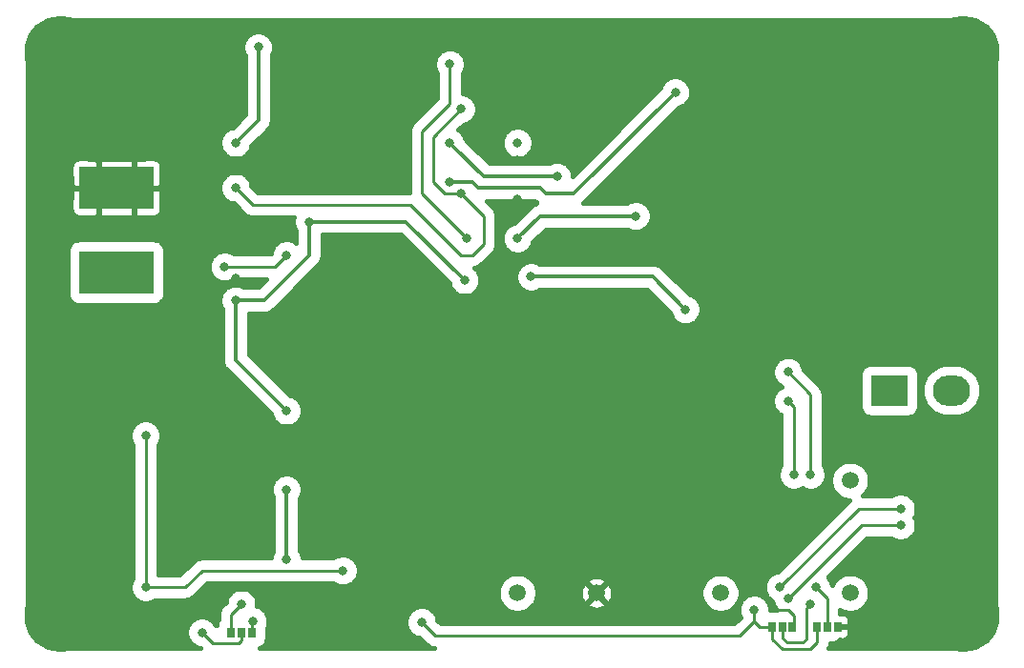
<source format=gbl>
G04 #@! TF.GenerationSoftware,KiCad,Pcbnew,(5.1.0-0)*
G04 #@! TF.CreationDate,2019-04-04T11:20:21+10:30*
G04 #@! TF.ProjectId,wide-input-reg,77696465-2d69-46e7-9075-742d7265672e,rev?*
G04 #@! TF.SameCoordinates,Original*
G04 #@! TF.FileFunction,Copper,L2,Bot*
G04 #@! TF.FilePolarity,Positive*
%FSLAX46Y46*%
G04 Gerber Fmt 4.6, Leading zero omitted, Abs format (unit mm)*
G04 Created by KiCad (PCBNEW (5.1.0-0)) date 2019-04-04 11:20:21*
%MOMM*%
%LPD*%
G04 APERTURE LIST*
%ADD10R,0.700000X0.970000*%
%ADD11C,6.500000*%
%ADD12R,3.430000X3.780000*%
%ADD13R,3.300000X2.700000*%
%ADD14O,3.300000X2.700000*%
%ADD15C,1.500000*%
%ADD16C,0.800000*%
%ADD17C,0.250000*%
%ADD18C,0.350000*%
%ADD19C,0.400000*%
G04 APERTURE END LIST*
D10*
X168900000Y-105000000D03*
X168000000Y-105000000D03*
X167100000Y-105000000D03*
D11*
X104000000Y-54000000D03*
X184000000Y-104000000D03*
X184000000Y-54000000D03*
X104000000Y-104000000D03*
D12*
X110500000Y-73500000D03*
X110500000Y-66010000D03*
X107320000Y-73500000D03*
X107320000Y-66010000D03*
D13*
X177500000Y-84000000D03*
D14*
X177500000Y-79800000D03*
X183000000Y-84000000D03*
X183000000Y-79800000D03*
D10*
X120900000Y-105500000D03*
X120000000Y-105500000D03*
X119100000Y-105500000D03*
X172900000Y-105000000D03*
X172000000Y-105000000D03*
X171100000Y-105000000D03*
D15*
X144500000Y-102000000D03*
X162500000Y-102000000D03*
X174000000Y-102000000D03*
X174000000Y-92000000D03*
X151500000Y-102000000D03*
D16*
X131500000Y-66000000D03*
X131500000Y-64000000D03*
X131500000Y-65000000D03*
X116000000Y-58000000D03*
X116000000Y-60000000D03*
X119500000Y-64000000D03*
X119500000Y-68000000D03*
X126500000Y-93500000D03*
X126500000Y-94500000D03*
X126500000Y-95500000D03*
X126500000Y-96500000D03*
X126500000Y-97500000D03*
X126500000Y-98500000D03*
X138500000Y-93500000D03*
X138500000Y-94500000D03*
X138500000Y-95500000D03*
X138500000Y-96500000D03*
X138500000Y-97500000D03*
X138500000Y-98500000D03*
X113500000Y-93500000D03*
X113500000Y-94500000D03*
X113500000Y-95500000D03*
X113500000Y-96500000D03*
X113500000Y-97500000D03*
X113500000Y-98500000D03*
X151500000Y-92500000D03*
X151500000Y-90500000D03*
X151500000Y-86500000D03*
X151500000Y-80500000D03*
X151500000Y-82500000D03*
X151500000Y-84500000D03*
X151500000Y-88500000D03*
X151500000Y-94500000D03*
X151500000Y-96500000D03*
X151500000Y-98500000D03*
X183500000Y-75000000D03*
X182500000Y-75000000D03*
X181500000Y-75000000D03*
X180500000Y-75000000D03*
X180500000Y-74000000D03*
X181500000Y-74000000D03*
X182500000Y-74000000D03*
X183500000Y-74000000D03*
X183500000Y-71500000D03*
X182500000Y-71500000D03*
X181500000Y-71500000D03*
X180500000Y-71500000D03*
X180500000Y-70500000D03*
X181500000Y-70500000D03*
X182500000Y-70500000D03*
X183500000Y-70500000D03*
X183500000Y-61500000D03*
X183500000Y-62500000D03*
X183500000Y-63500000D03*
X182500000Y-63500000D03*
X182500000Y-62500000D03*
X182500000Y-61500000D03*
X106000000Y-62500000D03*
X107000000Y-62500000D03*
X108000000Y-62500000D03*
X109000000Y-62500000D03*
X110000000Y-62500000D03*
X111000000Y-62500000D03*
X112000000Y-62500000D03*
X112000000Y-60500000D03*
X111000000Y-60500000D03*
X110000000Y-60500000D03*
X109000000Y-60500000D03*
X108000000Y-60500000D03*
X107000000Y-60500000D03*
X106000000Y-60500000D03*
X105000000Y-60500000D03*
X105000000Y-62500000D03*
X144500000Y-68500000D03*
X144500000Y-72500000D03*
X119500000Y-74000000D03*
X131500000Y-71000000D03*
X132500000Y-71000000D03*
X133500000Y-71000000D03*
X130500000Y-71000000D03*
X129500000Y-71000000D03*
X131500000Y-59000000D03*
X132500000Y-59000000D03*
X133500000Y-59000000D03*
X130500000Y-59000000D03*
X130500000Y-59000000D03*
X130500000Y-59000000D03*
X129500000Y-59000000D03*
X144500000Y-63500000D03*
X144500000Y-67000000D03*
X101500000Y-96000000D03*
X101500000Y-98500000D03*
X180000000Y-97500000D03*
X166000000Y-101000000D03*
X124000000Y-66000000D03*
X129000000Y-100000000D03*
X119500000Y-62000000D03*
X121500000Y-53500000D03*
X111500000Y-101500000D03*
X111500000Y-88000000D03*
X165500000Y-103500000D03*
X136000000Y-104600000D03*
X118500000Y-73000000D03*
X124000000Y-72000000D03*
X119500000Y-66000000D03*
X139500042Y-59000000D03*
X139500000Y-66500004D03*
X119500000Y-76000000D03*
X126000000Y-69000000D03*
X144500000Y-62000000D03*
X124000000Y-99000000D03*
X124000000Y-85800000D03*
X124000000Y-92800000D03*
X139800000Y-74200000D03*
X159400000Y-76800000D03*
X145700000Y-73900000D03*
X116500000Y-105500000D03*
X148000000Y-65000000D03*
X138500000Y-62000000D03*
X144500000Y-70500000D03*
X155000000Y-68500000D03*
X158500000Y-57500000D03*
X138500000Y-65499985D03*
X168500000Y-82360001D03*
X170500000Y-91500000D03*
X169000000Y-91500000D03*
X168500000Y-84939999D03*
X140012653Y-70487347D03*
X138500000Y-55000000D03*
X121000000Y-104500000D03*
X120000000Y-103000000D03*
X170500000Y-103000000D03*
X171000000Y-101500000D03*
X178500000Y-94500000D03*
X167774990Y-101482102D03*
X168500000Y-102500000D03*
X178500000Y-96000000D03*
D17*
X166399999Y-102399999D02*
X166399999Y-101399999D01*
X166399999Y-101399999D02*
X166000000Y-101000000D01*
X168500000Y-103500000D02*
X167500000Y-103500000D01*
X167500000Y-103500000D02*
X166399999Y-102399999D01*
X169000000Y-104000000D02*
X168500000Y-103500000D01*
X169000000Y-104800000D02*
X169000000Y-104000000D01*
X168900000Y-104900000D02*
X169000000Y-104800000D01*
X168900000Y-105000000D02*
X168900000Y-104900000D01*
X183000000Y-105000000D02*
X184000000Y-104000000D01*
X172900000Y-105000000D02*
X183000000Y-105000000D01*
X144500000Y-68500000D02*
X144500000Y-67000000D01*
D18*
X121500000Y-60000000D02*
X119500000Y-62000000D01*
X121500000Y-53500000D02*
X121500000Y-60000000D01*
D17*
X111500000Y-101500000D02*
X111500000Y-88000000D01*
X115000000Y-101500000D02*
X111500000Y-101500000D01*
X116500000Y-100000000D02*
X115000000Y-101500000D01*
X129000000Y-100000000D02*
X116500000Y-100000000D01*
X171100000Y-105000000D02*
X171100000Y-106400000D01*
X167100000Y-106100000D02*
X167100000Y-105735000D01*
X168000000Y-107000000D02*
X167100000Y-106100000D01*
X167100000Y-105735000D02*
X167100000Y-105000000D01*
X170500000Y-107000000D02*
X168000000Y-107000000D01*
X171100000Y-106400000D02*
X170500000Y-107000000D01*
X167100000Y-105000000D02*
X166000000Y-105000000D01*
X165500000Y-104500000D02*
X165500000Y-103500000D01*
X166000000Y-105000000D02*
X165500000Y-104500000D01*
X137200000Y-105800000D02*
X164200000Y-105800000D01*
X164200000Y-105800000D02*
X165500000Y-104500000D01*
X136000000Y-104600000D02*
X137200000Y-105800000D01*
X123000000Y-73000000D02*
X123600001Y-72399999D01*
X118500000Y-73000000D02*
X123000000Y-73000000D01*
X123600001Y-72399999D02*
X124000000Y-72000000D01*
X141500000Y-71000000D02*
X141500000Y-68500004D01*
X137000000Y-65500000D02*
X138000004Y-66500004D01*
X138934315Y-66500004D02*
X139500000Y-66500004D01*
X139500000Y-72000000D02*
X140500000Y-72000000D01*
X137000000Y-61500042D02*
X137000000Y-65500000D01*
X139500042Y-59000000D02*
X137000000Y-61500042D01*
X138000004Y-66500004D02*
X138934315Y-66500004D01*
X135000000Y-67500000D02*
X139500000Y-72000000D01*
X140500000Y-72000000D02*
X141500000Y-71000000D01*
X139899999Y-66900003D02*
X139500000Y-66500004D01*
X119500000Y-66000000D02*
X121000000Y-67500000D01*
X121000000Y-67500000D02*
X135000000Y-67500000D01*
X141500000Y-68500004D02*
X139899999Y-66900003D01*
D18*
X122000000Y-76000000D02*
X120065685Y-76000000D01*
X120065685Y-76000000D02*
X119500000Y-76000000D01*
X126000000Y-72000000D02*
X122000000Y-76000000D01*
X126000000Y-69000000D02*
X126000000Y-72000000D01*
X119500000Y-76000000D02*
X119500000Y-81300000D01*
X123600001Y-85400001D02*
X124000000Y-85800000D01*
X119500000Y-81300000D02*
X123600001Y-85400001D01*
X124000000Y-99000000D02*
X124000000Y-92800000D01*
X126000000Y-69000000D02*
X134400000Y-69000000D01*
X139800000Y-74200000D02*
X134600000Y-69000000D01*
X134600000Y-69000000D02*
X126000000Y-69000000D01*
X156500000Y-73900000D02*
X145700000Y-73900000D01*
X159400000Y-76800000D02*
X156500000Y-73900000D01*
D17*
X116500000Y-105500000D02*
X117500000Y-106500000D01*
X120000000Y-106235000D02*
X119735000Y-106500000D01*
X119735000Y-106500000D02*
X117500000Y-106500000D01*
X120000000Y-105500000D02*
X120000000Y-106235000D01*
D18*
X148000000Y-65000000D02*
X141500000Y-65000000D01*
X138899999Y-62399999D02*
X138500000Y-62000000D01*
X141500000Y-65000000D02*
X138899999Y-62399999D01*
X144500000Y-70500000D02*
X146500000Y-68500000D01*
X154434315Y-68500000D02*
X155000000Y-68500000D01*
X146500000Y-68500000D02*
X154434315Y-68500000D01*
X149500000Y-66500000D02*
X158500000Y-57500000D01*
X147000000Y-66500000D02*
X149500000Y-66500000D01*
X141000000Y-66000000D02*
X146500000Y-66000000D01*
X140500000Y-65500000D02*
X141000000Y-66000000D01*
X138500015Y-65500000D02*
X140500000Y-65500000D01*
X146500000Y-66000000D02*
X147000000Y-66500000D01*
D17*
X138500000Y-65499985D02*
X138500015Y-65500000D01*
X170500000Y-84360001D02*
X168500000Y-82360001D01*
X170500000Y-91500000D02*
X170500000Y-84360001D01*
X169000000Y-85439999D02*
X168500000Y-84939999D01*
X169000000Y-91500000D02*
X169000000Y-85439999D01*
X138500000Y-55000000D02*
X138500000Y-58500000D01*
X138500000Y-58500000D02*
X136000000Y-61000000D01*
X136000000Y-66474694D02*
X140012653Y-70487347D01*
X136000000Y-61000000D02*
X136000000Y-66474694D01*
X120900000Y-104600000D02*
X121000000Y-104500000D01*
X120900000Y-105500000D02*
X120900000Y-104600000D01*
X119100000Y-105500000D02*
X119100000Y-103900000D01*
X119100000Y-103900000D02*
X119600001Y-103399999D01*
X119600001Y-103399999D02*
X120000000Y-103000000D01*
X170100001Y-103399999D02*
X170500000Y-103000000D01*
X168000000Y-106000000D02*
X168400000Y-106400000D01*
X170100001Y-106099999D02*
X170100001Y-103399999D01*
X169800000Y-106400000D02*
X170100001Y-106099999D01*
X168400000Y-106400000D02*
X169800000Y-106400000D01*
X168000000Y-105000000D02*
X168000000Y-106000000D01*
X172000000Y-102500000D02*
X171000000Y-101500000D01*
X172000000Y-105000000D02*
X172000000Y-102500000D01*
X174757092Y-94500000D02*
X178500000Y-94500000D01*
X167774990Y-101482102D02*
X174757092Y-94500000D01*
X175000000Y-96000000D02*
X178500000Y-96000000D01*
X168500000Y-102500000D02*
X175000000Y-96000000D01*
D19*
G36*
X184567139Y-51135764D02*
G01*
X185112664Y-51300468D01*
X185615818Y-51568000D01*
X186057422Y-51928163D01*
X186420662Y-52367245D01*
X186691698Y-52868515D01*
X186860207Y-53412881D01*
X186925000Y-54029337D01*
X186925001Y-103947418D01*
X186864236Y-104567138D01*
X186699532Y-105112665D01*
X186432000Y-105615817D01*
X186071835Y-106057424D01*
X185632755Y-106420662D01*
X185131485Y-106691698D01*
X184587118Y-106860208D01*
X183970663Y-106925000D01*
X172095005Y-106925000D01*
X172144393Y-106832602D01*
X172208722Y-106620538D01*
X172221595Y-106489838D01*
X172350000Y-106489838D01*
X172546034Y-106470530D01*
X172734535Y-106413349D01*
X172908258Y-106320492D01*
X173060528Y-106195528D01*
X173093433Y-106155433D01*
X173131000Y-106193000D01*
X173250000Y-106196426D01*
X173388792Y-106182756D01*
X173522251Y-106142272D01*
X173645247Y-106076529D01*
X173753054Y-105988054D01*
X173841529Y-105880247D01*
X173907272Y-105757251D01*
X173947756Y-105623792D01*
X173961426Y-105485000D01*
X173958000Y-105231000D01*
X173781000Y-105054000D01*
X173354838Y-105054000D01*
X173354838Y-104946000D01*
X173781000Y-104946000D01*
X173958000Y-104769000D01*
X173961426Y-104515000D01*
X173947756Y-104376208D01*
X173907272Y-104242749D01*
X173841529Y-104119753D01*
X173753054Y-104011946D01*
X173645247Y-103923471D01*
X173522251Y-103857728D01*
X173388792Y-103817244D01*
X173250000Y-103803574D01*
X173131000Y-103807000D01*
X173125000Y-103813000D01*
X173125000Y-103520051D01*
X173171064Y-103550830D01*
X173489544Y-103682749D01*
X173827640Y-103750000D01*
X174172360Y-103750000D01*
X174510456Y-103682749D01*
X174828936Y-103550830D01*
X175115560Y-103359314D01*
X175359314Y-103115560D01*
X175550830Y-102828936D01*
X175682749Y-102510456D01*
X175750000Y-102172360D01*
X175750000Y-101827640D01*
X175682749Y-101489544D01*
X175550830Y-101171064D01*
X175359314Y-100884440D01*
X175115560Y-100640686D01*
X174828936Y-100449170D01*
X174510456Y-100317251D01*
X174172360Y-100250000D01*
X173827640Y-100250000D01*
X173489544Y-100317251D01*
X173171064Y-100449170D01*
X172884440Y-100640686D01*
X172640686Y-100884440D01*
X172449170Y-101171064D01*
X172394365Y-101303375D01*
X172386815Y-101295825D01*
X172346199Y-101091635D01*
X172240664Y-100836851D01*
X172087451Y-100607552D01*
X172035444Y-100555545D01*
X175465990Y-97125000D01*
X177663748Y-97125000D01*
X177836851Y-97240664D01*
X178091635Y-97346199D01*
X178362112Y-97400000D01*
X178637888Y-97400000D01*
X178908365Y-97346199D01*
X179163149Y-97240664D01*
X179392448Y-97087451D01*
X179587451Y-96892448D01*
X179740664Y-96663149D01*
X179846199Y-96408365D01*
X179900000Y-96137888D01*
X179900000Y-95862112D01*
X179846199Y-95591635D01*
X179740664Y-95336851D01*
X179682632Y-95250000D01*
X179740664Y-95163149D01*
X179846199Y-94908365D01*
X179900000Y-94637888D01*
X179900000Y-94362112D01*
X179846199Y-94091635D01*
X179740664Y-93836851D01*
X179587451Y-93607552D01*
X179392448Y-93412549D01*
X179163149Y-93259336D01*
X178908365Y-93153801D01*
X178637888Y-93100000D01*
X178362112Y-93100000D01*
X178091635Y-93153801D01*
X177836851Y-93259336D01*
X177663748Y-93375000D01*
X175092084Y-93375000D01*
X175115560Y-93359314D01*
X175359314Y-93115560D01*
X175550830Y-92828936D01*
X175682749Y-92510456D01*
X175750000Y-92172360D01*
X175750000Y-91827640D01*
X175682749Y-91489544D01*
X175550830Y-91171064D01*
X175359314Y-90884440D01*
X175115560Y-90640686D01*
X174828936Y-90449170D01*
X174510456Y-90317251D01*
X174172360Y-90250000D01*
X173827640Y-90250000D01*
X173489544Y-90317251D01*
X173171064Y-90449170D01*
X172884440Y-90640686D01*
X172640686Y-90884440D01*
X172449170Y-91171064D01*
X172317251Y-91489544D01*
X172250000Y-91827640D01*
X172250000Y-92172360D01*
X172317251Y-92510456D01*
X172449170Y-92828936D01*
X172640686Y-93115560D01*
X172884440Y-93359314D01*
X173171064Y-93550830D01*
X173489544Y-93682749D01*
X173827640Y-93750000D01*
X173916102Y-93750000D01*
X167570816Y-100095287D01*
X167366625Y-100135903D01*
X167111841Y-100241438D01*
X166882542Y-100394651D01*
X166687539Y-100589654D01*
X166534326Y-100818953D01*
X166428791Y-101073737D01*
X166374990Y-101344214D01*
X166374990Y-101619990D01*
X166428791Y-101890467D01*
X166534326Y-102145251D01*
X166687539Y-102374550D01*
X166882542Y-102569553D01*
X167111841Y-102722766D01*
X167117336Y-102725042D01*
X167153801Y-102908365D01*
X167259336Y-103163149D01*
X167412549Y-103392448D01*
X167539032Y-103518931D01*
X167450000Y-103510162D01*
X166900000Y-103510162D01*
X166900000Y-103362112D01*
X166846199Y-103091635D01*
X166740664Y-102836851D01*
X166587451Y-102607552D01*
X166392448Y-102412549D01*
X166163149Y-102259336D01*
X165908365Y-102153801D01*
X165637888Y-102100000D01*
X165362112Y-102100000D01*
X165091635Y-102153801D01*
X164836851Y-102259336D01*
X164607552Y-102412549D01*
X164412549Y-102607552D01*
X164259336Y-102836851D01*
X164153801Y-103091635D01*
X164100000Y-103362112D01*
X164100000Y-103637888D01*
X164153801Y-103908365D01*
X164255389Y-104153621D01*
X163734011Y-104675000D01*
X137665990Y-104675000D01*
X137386815Y-104395825D01*
X137346199Y-104191635D01*
X137240664Y-103936851D01*
X137087451Y-103707552D01*
X136892448Y-103512549D01*
X136663149Y-103359336D01*
X136408365Y-103253801D01*
X136137888Y-103200000D01*
X135862112Y-103200000D01*
X135591635Y-103253801D01*
X135336851Y-103359336D01*
X135107552Y-103512549D01*
X134912549Y-103707552D01*
X134759336Y-103936851D01*
X134653801Y-104191635D01*
X134600000Y-104462112D01*
X134600000Y-104737888D01*
X134653801Y-105008365D01*
X134759336Y-105263149D01*
X134912549Y-105492448D01*
X135107552Y-105687451D01*
X135336851Y-105840664D01*
X135591635Y-105946199D01*
X135795825Y-105986815D01*
X136365426Y-106556416D01*
X136400656Y-106599344D01*
X136483828Y-106667601D01*
X136571958Y-106739928D01*
X136575518Y-106741831D01*
X136767398Y-106844393D01*
X136979462Y-106908722D01*
X137144736Y-106925000D01*
X121596127Y-106925000D01*
X121634535Y-106913349D01*
X121808258Y-106820492D01*
X121960528Y-106695528D01*
X122085492Y-106543258D01*
X122178349Y-106369535D01*
X122235530Y-106181034D01*
X122254838Y-105985000D01*
X122254838Y-105128930D01*
X122346199Y-104908365D01*
X122400000Y-104637888D01*
X122400000Y-104362112D01*
X122346199Y-104091635D01*
X122240664Y-103836851D01*
X122087451Y-103607552D01*
X121892448Y-103412549D01*
X121663149Y-103259336D01*
X121408365Y-103153801D01*
X121397274Y-103151595D01*
X121400000Y-103137888D01*
X121400000Y-102862112D01*
X121346199Y-102591635D01*
X121240664Y-102336851D01*
X121087451Y-102107552D01*
X120892448Y-101912549D01*
X120765373Y-101827640D01*
X142750000Y-101827640D01*
X142750000Y-102172360D01*
X142817251Y-102510456D01*
X142949170Y-102828936D01*
X143140686Y-103115560D01*
X143384440Y-103359314D01*
X143671064Y-103550830D01*
X143989544Y-103682749D01*
X144327640Y-103750000D01*
X144672360Y-103750000D01*
X145010456Y-103682749D01*
X145328936Y-103550830D01*
X145615560Y-103359314D01*
X145859314Y-103115560D01*
X145971156Y-102948176D01*
X150628192Y-102948176D01*
X150683134Y-103216189D01*
X150936096Y-103352183D01*
X151210730Y-103436213D01*
X151496479Y-103465051D01*
X151782364Y-103437587D01*
X152057398Y-103354877D01*
X152311011Y-103220101D01*
X152316866Y-103216189D01*
X152371808Y-102948176D01*
X151500000Y-102076368D01*
X150628192Y-102948176D01*
X145971156Y-102948176D01*
X146050830Y-102828936D01*
X146182749Y-102510456D01*
X146250000Y-102172360D01*
X146250000Y-101996479D01*
X150034949Y-101996479D01*
X150062413Y-102282364D01*
X150145123Y-102557398D01*
X150279899Y-102811011D01*
X150283811Y-102816866D01*
X150551824Y-102871808D01*
X151423632Y-102000000D01*
X151576368Y-102000000D01*
X152448176Y-102871808D01*
X152716189Y-102816866D01*
X152852183Y-102563904D01*
X152936213Y-102289270D01*
X152965051Y-102003521D01*
X152948155Y-101827640D01*
X160750000Y-101827640D01*
X160750000Y-102172360D01*
X160817251Y-102510456D01*
X160949170Y-102828936D01*
X161140686Y-103115560D01*
X161384440Y-103359314D01*
X161671064Y-103550830D01*
X161989544Y-103682749D01*
X162327640Y-103750000D01*
X162672360Y-103750000D01*
X163010456Y-103682749D01*
X163328936Y-103550830D01*
X163615560Y-103359314D01*
X163859314Y-103115560D01*
X164050830Y-102828936D01*
X164182749Y-102510456D01*
X164250000Y-102172360D01*
X164250000Y-101827640D01*
X164182749Y-101489544D01*
X164050830Y-101171064D01*
X163859314Y-100884440D01*
X163615560Y-100640686D01*
X163328936Y-100449170D01*
X163010456Y-100317251D01*
X162672360Y-100250000D01*
X162327640Y-100250000D01*
X161989544Y-100317251D01*
X161671064Y-100449170D01*
X161384440Y-100640686D01*
X161140686Y-100884440D01*
X160949170Y-101171064D01*
X160817251Y-101489544D01*
X160750000Y-101827640D01*
X152948155Y-101827640D01*
X152937587Y-101717636D01*
X152854877Y-101442602D01*
X152720101Y-101188989D01*
X152716189Y-101183134D01*
X152448176Y-101128192D01*
X151576368Y-102000000D01*
X151423632Y-102000000D01*
X150551824Y-101128192D01*
X150283811Y-101183134D01*
X150147817Y-101436096D01*
X150063787Y-101710730D01*
X150034949Y-101996479D01*
X146250000Y-101996479D01*
X146250000Y-101827640D01*
X146182749Y-101489544D01*
X146050830Y-101171064D01*
X145971157Y-101051824D01*
X150628192Y-101051824D01*
X151500000Y-101923632D01*
X152371808Y-101051824D01*
X152316866Y-100783811D01*
X152063904Y-100647817D01*
X151789270Y-100563787D01*
X151503521Y-100534949D01*
X151217636Y-100562413D01*
X150942602Y-100645123D01*
X150688989Y-100779899D01*
X150683134Y-100783811D01*
X150628192Y-101051824D01*
X145971157Y-101051824D01*
X145859314Y-100884440D01*
X145615560Y-100640686D01*
X145328936Y-100449170D01*
X145010456Y-100317251D01*
X144672360Y-100250000D01*
X144327640Y-100250000D01*
X143989544Y-100317251D01*
X143671064Y-100449170D01*
X143384440Y-100640686D01*
X143140686Y-100884440D01*
X142949170Y-101171064D01*
X142817251Y-101489544D01*
X142750000Y-101827640D01*
X120765373Y-101827640D01*
X120663149Y-101759336D01*
X120408365Y-101653801D01*
X120137888Y-101600000D01*
X119862112Y-101600000D01*
X119591635Y-101653801D01*
X119336851Y-101759336D01*
X119107552Y-101912549D01*
X118912549Y-102107552D01*
X118759336Y-102336851D01*
X118653801Y-102591635D01*
X118613185Y-102795826D01*
X118343585Y-103065426D01*
X118300657Y-103100656D01*
X118249371Y-103163149D01*
X118160072Y-103271960D01*
X118055607Y-103467399D01*
X118036778Y-103529470D01*
X117991278Y-103679462D01*
X117976195Y-103832601D01*
X117969557Y-103900000D01*
X117975000Y-103955261D01*
X117975000Y-104383032D01*
X117914508Y-104456742D01*
X117821651Y-104630465D01*
X117764470Y-104818966D01*
X117758474Y-104879847D01*
X117740664Y-104836851D01*
X117587451Y-104607552D01*
X117392448Y-104412549D01*
X117163149Y-104259336D01*
X116908365Y-104153801D01*
X116637888Y-104100000D01*
X116362112Y-104100000D01*
X116091635Y-104153801D01*
X115836851Y-104259336D01*
X115607552Y-104412549D01*
X115412549Y-104607552D01*
X115259336Y-104836851D01*
X115153801Y-105091635D01*
X115100000Y-105362112D01*
X115100000Y-105637888D01*
X115153801Y-105908365D01*
X115259336Y-106163149D01*
X115412549Y-106392448D01*
X115607552Y-106587451D01*
X115836851Y-106740664D01*
X116091635Y-106846199D01*
X116295825Y-106886815D01*
X116334010Y-106925000D01*
X104052571Y-106925000D01*
X103432862Y-106864236D01*
X102887335Y-106699532D01*
X102384183Y-106432000D01*
X101942576Y-106071835D01*
X101579338Y-105632755D01*
X101308302Y-105131485D01*
X101139792Y-104587118D01*
X101075000Y-103970663D01*
X101075000Y-87862112D01*
X110100000Y-87862112D01*
X110100000Y-88137888D01*
X110153801Y-88408365D01*
X110259336Y-88663149D01*
X110375001Y-88836253D01*
X110375000Y-100663748D01*
X110259336Y-100836851D01*
X110153801Y-101091635D01*
X110100000Y-101362112D01*
X110100000Y-101637888D01*
X110153801Y-101908365D01*
X110259336Y-102163149D01*
X110412549Y-102392448D01*
X110607552Y-102587451D01*
X110836851Y-102740664D01*
X111091635Y-102846199D01*
X111362112Y-102900000D01*
X111637888Y-102900000D01*
X111908365Y-102846199D01*
X112163149Y-102740664D01*
X112336252Y-102625000D01*
X114944739Y-102625000D01*
X115000000Y-102630443D01*
X115055261Y-102625000D01*
X115055264Y-102625000D01*
X115220538Y-102608722D01*
X115432602Y-102544393D01*
X115628040Y-102439929D01*
X115799344Y-102299344D01*
X115834578Y-102256411D01*
X116965990Y-101125000D01*
X128163748Y-101125000D01*
X128336851Y-101240664D01*
X128591635Y-101346199D01*
X128862112Y-101400000D01*
X129137888Y-101400000D01*
X129408365Y-101346199D01*
X129663149Y-101240664D01*
X129892448Y-101087451D01*
X130087451Y-100892448D01*
X130240664Y-100663149D01*
X130346199Y-100408365D01*
X130400000Y-100137888D01*
X130400000Y-99862112D01*
X130346199Y-99591635D01*
X130240664Y-99336851D01*
X130087451Y-99107552D01*
X129892448Y-98912549D01*
X129663149Y-98759336D01*
X129408365Y-98653801D01*
X129137888Y-98600000D01*
X128862112Y-98600000D01*
X128591635Y-98653801D01*
X128336851Y-98759336D01*
X128163748Y-98875000D01*
X125400000Y-98875000D01*
X125400000Y-98862112D01*
X125346199Y-98591635D01*
X125240664Y-98336851D01*
X125175000Y-98238578D01*
X125175000Y-93561422D01*
X125240664Y-93463149D01*
X125346199Y-93208365D01*
X125400000Y-92937888D01*
X125400000Y-92662112D01*
X125346199Y-92391635D01*
X125240664Y-92136851D01*
X125087451Y-91907552D01*
X124892448Y-91712549D01*
X124663149Y-91559336D01*
X124408365Y-91453801D01*
X124137888Y-91400000D01*
X123862112Y-91400000D01*
X123591635Y-91453801D01*
X123336851Y-91559336D01*
X123107552Y-91712549D01*
X122912549Y-91907552D01*
X122759336Y-92136851D01*
X122653801Y-92391635D01*
X122600000Y-92662112D01*
X122600000Y-92937888D01*
X122653801Y-93208365D01*
X122759336Y-93463149D01*
X122825001Y-93561423D01*
X122825000Y-98238578D01*
X122759336Y-98336851D01*
X122653801Y-98591635D01*
X122600000Y-98862112D01*
X122600000Y-98875000D01*
X116555253Y-98875000D01*
X116499999Y-98869558D01*
X116444745Y-98875000D01*
X116444736Y-98875000D01*
X116279462Y-98891278D01*
X116067398Y-98955607D01*
X115884577Y-99053327D01*
X115871958Y-99060072D01*
X115814104Y-99107552D01*
X115700656Y-99200656D01*
X115665426Y-99243584D01*
X114534011Y-100375000D01*
X112625000Y-100375000D01*
X112625000Y-88836252D01*
X112740664Y-88663149D01*
X112846199Y-88408365D01*
X112900000Y-88137888D01*
X112900000Y-87862112D01*
X112846199Y-87591635D01*
X112740664Y-87336851D01*
X112587451Y-87107552D01*
X112392448Y-86912549D01*
X112163149Y-86759336D01*
X111908365Y-86653801D01*
X111637888Y-86600000D01*
X111362112Y-86600000D01*
X111091635Y-86653801D01*
X110836851Y-86759336D01*
X110607552Y-86912549D01*
X110412549Y-87107552D01*
X110259336Y-87336851D01*
X110153801Y-87591635D01*
X110100000Y-87862112D01*
X101075000Y-87862112D01*
X101075000Y-71610000D01*
X104600162Y-71610000D01*
X104600162Y-75390000D01*
X104619470Y-75586034D01*
X104676651Y-75774535D01*
X104769508Y-75948258D01*
X104894472Y-76100528D01*
X105046742Y-76225492D01*
X105220465Y-76318349D01*
X105408966Y-76375530D01*
X105605000Y-76394838D01*
X112215000Y-76394838D01*
X112411034Y-76375530D01*
X112599535Y-76318349D01*
X112773258Y-76225492D01*
X112925528Y-76100528D01*
X113050492Y-75948258D01*
X113143349Y-75774535D01*
X113200530Y-75586034D01*
X113219838Y-75390000D01*
X113219838Y-72862112D01*
X117100000Y-72862112D01*
X117100000Y-73137888D01*
X117153801Y-73408365D01*
X117259336Y-73663149D01*
X117412549Y-73892448D01*
X117607552Y-74087451D01*
X117836851Y-74240664D01*
X118091635Y-74346199D01*
X118362112Y-74400000D01*
X118637888Y-74400000D01*
X118908365Y-74346199D01*
X119163149Y-74240664D01*
X119336252Y-74125000D01*
X122213300Y-74125000D01*
X121513300Y-74825000D01*
X120261422Y-74825000D01*
X120163149Y-74759336D01*
X119908365Y-74653801D01*
X119637888Y-74600000D01*
X119362112Y-74600000D01*
X119091635Y-74653801D01*
X118836851Y-74759336D01*
X118607552Y-74912549D01*
X118412549Y-75107552D01*
X118259336Y-75336851D01*
X118153801Y-75591635D01*
X118100000Y-75862112D01*
X118100000Y-76137888D01*
X118153801Y-76408365D01*
X118259336Y-76663149D01*
X118325000Y-76761422D01*
X118325001Y-81242278D01*
X118319316Y-81300000D01*
X118342002Y-81530340D01*
X118409189Y-81751828D01*
X118518297Y-81955953D01*
X118628336Y-82090036D01*
X118628339Y-82090039D01*
X118665131Y-82134870D01*
X118709962Y-82171662D01*
X122630743Y-86092444D01*
X122653801Y-86208365D01*
X122759336Y-86463149D01*
X122912549Y-86692448D01*
X123107552Y-86887451D01*
X123336851Y-87040664D01*
X123591635Y-87146199D01*
X123862112Y-87200000D01*
X124137888Y-87200000D01*
X124408365Y-87146199D01*
X124663149Y-87040664D01*
X124892448Y-86887451D01*
X125087451Y-86692448D01*
X125240664Y-86463149D01*
X125346199Y-86208365D01*
X125400000Y-85937888D01*
X125400000Y-85662112D01*
X125346199Y-85391635D01*
X125240664Y-85136851D01*
X125087451Y-84907552D01*
X124892448Y-84712549D01*
X124663149Y-84559336D01*
X124408365Y-84453801D01*
X124292444Y-84430743D01*
X122083814Y-82222113D01*
X167100000Y-82222113D01*
X167100000Y-82497889D01*
X167153801Y-82768366D01*
X167259336Y-83023150D01*
X167412549Y-83252449D01*
X167607552Y-83447452D01*
X167836851Y-83600665D01*
X167955956Y-83650000D01*
X167836851Y-83699335D01*
X167607552Y-83852548D01*
X167412549Y-84047551D01*
X167259336Y-84276850D01*
X167153801Y-84531634D01*
X167100000Y-84802111D01*
X167100000Y-85077887D01*
X167153801Y-85348364D01*
X167259336Y-85603148D01*
X167412549Y-85832447D01*
X167607552Y-86027450D01*
X167836851Y-86180663D01*
X167875001Y-86196465D01*
X167875000Y-90663748D01*
X167759336Y-90836851D01*
X167653801Y-91091635D01*
X167600000Y-91362112D01*
X167600000Y-91637888D01*
X167653801Y-91908365D01*
X167759336Y-92163149D01*
X167912549Y-92392448D01*
X168107552Y-92587451D01*
X168336851Y-92740664D01*
X168591635Y-92846199D01*
X168862112Y-92900000D01*
X169137888Y-92900000D01*
X169408365Y-92846199D01*
X169663149Y-92740664D01*
X169750000Y-92682632D01*
X169836851Y-92740664D01*
X170091635Y-92846199D01*
X170362112Y-92900000D01*
X170637888Y-92900000D01*
X170908365Y-92846199D01*
X171163149Y-92740664D01*
X171392448Y-92587451D01*
X171587451Y-92392448D01*
X171740664Y-92163149D01*
X171846199Y-91908365D01*
X171900000Y-91637888D01*
X171900000Y-91362112D01*
X171846199Y-91091635D01*
X171740664Y-90836851D01*
X171625000Y-90663748D01*
X171625000Y-84415262D01*
X171630443Y-84360000D01*
X171618821Y-84242003D01*
X171608722Y-84139463D01*
X171544393Y-83927399D01*
X171493015Y-83831278D01*
X171439928Y-83731959D01*
X171334572Y-83603583D01*
X171299344Y-83560657D01*
X171256416Y-83525427D01*
X170380989Y-82650000D01*
X174845162Y-82650000D01*
X174845162Y-85350000D01*
X174864470Y-85546034D01*
X174921651Y-85734535D01*
X175014508Y-85908258D01*
X175139472Y-86060528D01*
X175291742Y-86185492D01*
X175465465Y-86278349D01*
X175653966Y-86335530D01*
X175850000Y-86354838D01*
X179150000Y-86354838D01*
X179346034Y-86335530D01*
X179534535Y-86278349D01*
X179708258Y-86185492D01*
X179860528Y-86060528D01*
X179985492Y-85908258D01*
X180078349Y-85734535D01*
X180135530Y-85546034D01*
X180154838Y-85350000D01*
X180154838Y-84000000D01*
X180338630Y-84000000D01*
X180384003Y-84460680D01*
X180518379Y-84903657D01*
X180736593Y-85311907D01*
X181030259Y-85669741D01*
X181388093Y-85963407D01*
X181796343Y-86181621D01*
X182239320Y-86315997D01*
X182584558Y-86350000D01*
X183415442Y-86350000D01*
X183760680Y-86315997D01*
X184203657Y-86181621D01*
X184611907Y-85963407D01*
X184969741Y-85669741D01*
X185263407Y-85311907D01*
X185481621Y-84903657D01*
X185615997Y-84460680D01*
X185661370Y-84000000D01*
X185615997Y-83539320D01*
X185481621Y-83096343D01*
X185263407Y-82688093D01*
X184969741Y-82330259D01*
X184611907Y-82036593D01*
X184203657Y-81818379D01*
X183760680Y-81684003D01*
X183415442Y-81650000D01*
X182584558Y-81650000D01*
X182239320Y-81684003D01*
X181796343Y-81818379D01*
X181388093Y-82036593D01*
X181030259Y-82330259D01*
X180736593Y-82688093D01*
X180518379Y-83096343D01*
X180384003Y-83539320D01*
X180338630Y-84000000D01*
X180154838Y-84000000D01*
X180154838Y-82650000D01*
X180135530Y-82453966D01*
X180078349Y-82265465D01*
X179985492Y-82091742D01*
X179860528Y-81939472D01*
X179708258Y-81814508D01*
X179534535Y-81721651D01*
X179346034Y-81664470D01*
X179150000Y-81645162D01*
X175850000Y-81645162D01*
X175653966Y-81664470D01*
X175465465Y-81721651D01*
X175291742Y-81814508D01*
X175139472Y-81939472D01*
X175014508Y-82091742D01*
X174921651Y-82265465D01*
X174864470Y-82453966D01*
X174845162Y-82650000D01*
X170380989Y-82650000D01*
X169886815Y-82155827D01*
X169846199Y-81951636D01*
X169740664Y-81696852D01*
X169587451Y-81467553D01*
X169392448Y-81272550D01*
X169163149Y-81119337D01*
X168908365Y-81013802D01*
X168637888Y-80960001D01*
X168362112Y-80960001D01*
X168091635Y-81013802D01*
X167836851Y-81119337D01*
X167607552Y-81272550D01*
X167412549Y-81467553D01*
X167259336Y-81696852D01*
X167153801Y-81951636D01*
X167100000Y-82222113D01*
X122083814Y-82222113D01*
X120675000Y-80813300D01*
X120675000Y-77175000D01*
X121942288Y-77175000D01*
X122000000Y-77180684D01*
X122057712Y-77175000D01*
X122057720Y-77175000D01*
X122230340Y-77157998D01*
X122451829Y-77090811D01*
X122655953Y-76981704D01*
X122834870Y-76834870D01*
X122871667Y-76790034D01*
X126790039Y-72871662D01*
X126834870Y-72834870D01*
X126880343Y-72779462D01*
X126975798Y-72663149D01*
X126981704Y-72655953D01*
X127090811Y-72451829D01*
X127096644Y-72432601D01*
X127157998Y-72230341D01*
X127167837Y-72130443D01*
X127175000Y-72057720D01*
X127175000Y-72057713D01*
X127180684Y-72000001D01*
X127175000Y-71942289D01*
X127175000Y-70175000D01*
X134113300Y-70175000D01*
X138430743Y-74492444D01*
X138453801Y-74608365D01*
X138559336Y-74863149D01*
X138712549Y-75092448D01*
X138907552Y-75287451D01*
X139136851Y-75440664D01*
X139391635Y-75546199D01*
X139662112Y-75600000D01*
X139937888Y-75600000D01*
X140208365Y-75546199D01*
X140463149Y-75440664D01*
X140692448Y-75287451D01*
X140887451Y-75092448D01*
X141040664Y-74863149D01*
X141146199Y-74608365D01*
X141200000Y-74337888D01*
X141200000Y-74062112D01*
X141146199Y-73791635D01*
X141133971Y-73762112D01*
X144300000Y-73762112D01*
X144300000Y-74037888D01*
X144353801Y-74308365D01*
X144459336Y-74563149D01*
X144612549Y-74792448D01*
X144807552Y-74987451D01*
X145036851Y-75140664D01*
X145291635Y-75246199D01*
X145562112Y-75300000D01*
X145837888Y-75300000D01*
X146108365Y-75246199D01*
X146363149Y-75140664D01*
X146461422Y-75075000D01*
X156013300Y-75075000D01*
X158030743Y-77092444D01*
X158053801Y-77208365D01*
X158159336Y-77463149D01*
X158312549Y-77692448D01*
X158507552Y-77887451D01*
X158736851Y-78040664D01*
X158991635Y-78146199D01*
X159262112Y-78200000D01*
X159537888Y-78200000D01*
X159808365Y-78146199D01*
X160063149Y-78040664D01*
X160292448Y-77887451D01*
X160487451Y-77692448D01*
X160640664Y-77463149D01*
X160746199Y-77208365D01*
X160800000Y-76937888D01*
X160800000Y-76662112D01*
X160746199Y-76391635D01*
X160640664Y-76136851D01*
X160487451Y-75907552D01*
X160292448Y-75712549D01*
X160063149Y-75559336D01*
X159808365Y-75453801D01*
X159692444Y-75430743D01*
X157371666Y-73109966D01*
X157334870Y-73065130D01*
X157155953Y-72918296D01*
X156951829Y-72809189D01*
X156730340Y-72742002D01*
X156557720Y-72725000D01*
X156557712Y-72725000D01*
X156500000Y-72719316D01*
X156442288Y-72725000D01*
X146461422Y-72725000D01*
X146363149Y-72659336D01*
X146108365Y-72553801D01*
X145837888Y-72500000D01*
X145562112Y-72500000D01*
X145291635Y-72553801D01*
X145036851Y-72659336D01*
X144807552Y-72812549D01*
X144612549Y-73007552D01*
X144459336Y-73236851D01*
X144353801Y-73491635D01*
X144300000Y-73762112D01*
X141133971Y-73762112D01*
X141040664Y-73536851D01*
X140887451Y-73307552D01*
X140692448Y-73112549D01*
X140691065Y-73111625D01*
X140720538Y-73108722D01*
X140932602Y-73044393D01*
X141128040Y-72939929D01*
X141299344Y-72799344D01*
X141334578Y-72756411D01*
X142256416Y-71834574D01*
X142299344Y-71799344D01*
X142363965Y-71720602D01*
X142439929Y-71628041D01*
X142544393Y-71432602D01*
X142550046Y-71413966D01*
X142608722Y-71220538D01*
X142625000Y-71055264D01*
X142625000Y-71055262D01*
X142630443Y-71000000D01*
X142625000Y-70944738D01*
X142625000Y-68555265D01*
X142630443Y-68500003D01*
X142620894Y-68403054D01*
X142608722Y-68279466D01*
X142544393Y-68067402D01*
X142439929Y-67871964D01*
X142439928Y-67871962D01*
X142334572Y-67743586D01*
X142299344Y-67700660D01*
X142256416Y-67665430D01*
X141765986Y-67175000D01*
X146013300Y-67175000D01*
X146128333Y-67290033D01*
X146165130Y-67334870D01*
X146199685Y-67363228D01*
X146048171Y-67409189D01*
X145844047Y-67518296D01*
X145844045Y-67518297D01*
X145844046Y-67518297D01*
X145735289Y-67607552D01*
X145665130Y-67665130D01*
X145628338Y-67709961D01*
X144207557Y-69130743D01*
X144091635Y-69153801D01*
X143836851Y-69259336D01*
X143607552Y-69412549D01*
X143412549Y-69607552D01*
X143259336Y-69836851D01*
X143153801Y-70091635D01*
X143100000Y-70362112D01*
X143100000Y-70637888D01*
X143153801Y-70908365D01*
X143259336Y-71163149D01*
X143412549Y-71392448D01*
X143607552Y-71587451D01*
X143836851Y-71740664D01*
X144091635Y-71846199D01*
X144362112Y-71900000D01*
X144637888Y-71900000D01*
X144908365Y-71846199D01*
X145163149Y-71740664D01*
X145392448Y-71587451D01*
X145587451Y-71392448D01*
X145740664Y-71163149D01*
X145846199Y-70908365D01*
X145869257Y-70792443D01*
X146986701Y-69675000D01*
X154238578Y-69675000D01*
X154336851Y-69740664D01*
X154591635Y-69846199D01*
X154862112Y-69900000D01*
X155137888Y-69900000D01*
X155408365Y-69846199D01*
X155663149Y-69740664D01*
X155892448Y-69587451D01*
X156087451Y-69392448D01*
X156240664Y-69163149D01*
X156346199Y-68908365D01*
X156400000Y-68637888D01*
X156400000Y-68362112D01*
X156346199Y-68091635D01*
X156240664Y-67836851D01*
X156087451Y-67607552D01*
X155892448Y-67412549D01*
X155663149Y-67259336D01*
X155408365Y-67153801D01*
X155137888Y-67100000D01*
X154862112Y-67100000D01*
X154591635Y-67153801D01*
X154336851Y-67259336D01*
X154238578Y-67325000D01*
X150342970Y-67325000D01*
X150371667Y-67290033D01*
X158792444Y-58869257D01*
X158908365Y-58846199D01*
X159163149Y-58740664D01*
X159392448Y-58587451D01*
X159587451Y-58392448D01*
X159740664Y-58163149D01*
X159846199Y-57908365D01*
X159900000Y-57637888D01*
X159900000Y-57362112D01*
X159846199Y-57091635D01*
X159740664Y-56836851D01*
X159587451Y-56607552D01*
X159392448Y-56412549D01*
X159163149Y-56259336D01*
X158908365Y-56153801D01*
X158637888Y-56100000D01*
X158362112Y-56100000D01*
X158091635Y-56153801D01*
X157836851Y-56259336D01*
X157607552Y-56412549D01*
X157412549Y-56607552D01*
X157259336Y-56836851D01*
X157153801Y-57091635D01*
X157130743Y-57207556D01*
X149400000Y-64938300D01*
X149400000Y-64862112D01*
X149346199Y-64591635D01*
X149240664Y-64336851D01*
X149087451Y-64107552D01*
X148892448Y-63912549D01*
X148663149Y-63759336D01*
X148408365Y-63653801D01*
X148137888Y-63600000D01*
X147862112Y-63600000D01*
X147591635Y-63653801D01*
X147336851Y-63759336D01*
X147238578Y-63825000D01*
X141986701Y-63825000D01*
X140023813Y-61862112D01*
X143100000Y-61862112D01*
X143100000Y-62137888D01*
X143153801Y-62408365D01*
X143259336Y-62663149D01*
X143412549Y-62892448D01*
X143607552Y-63087451D01*
X143836851Y-63240664D01*
X144091635Y-63346199D01*
X144362112Y-63400000D01*
X144637888Y-63400000D01*
X144908365Y-63346199D01*
X145163149Y-63240664D01*
X145392448Y-63087451D01*
X145587451Y-62892448D01*
X145740664Y-62663149D01*
X145846199Y-62408365D01*
X145900000Y-62137888D01*
X145900000Y-61862112D01*
X145846199Y-61591635D01*
X145740664Y-61336851D01*
X145587451Y-61107552D01*
X145392448Y-60912549D01*
X145163149Y-60759336D01*
X144908365Y-60653801D01*
X144637888Y-60600000D01*
X144362112Y-60600000D01*
X144091635Y-60653801D01*
X143836851Y-60759336D01*
X143607552Y-60912549D01*
X143412549Y-61107552D01*
X143259336Y-61336851D01*
X143153801Y-61591635D01*
X143100000Y-61862112D01*
X140023813Y-61862112D01*
X139869257Y-61707557D01*
X139846199Y-61591635D01*
X139740664Y-61336851D01*
X139587451Y-61107552D01*
X139392448Y-60912549D01*
X139264185Y-60826846D01*
X139704217Y-60386815D01*
X139908407Y-60346199D01*
X140163191Y-60240664D01*
X140392490Y-60087451D01*
X140587493Y-59892448D01*
X140740706Y-59663149D01*
X140846241Y-59408365D01*
X140900042Y-59137888D01*
X140900042Y-58862112D01*
X140846241Y-58591635D01*
X140740706Y-58336851D01*
X140587493Y-58107552D01*
X140392490Y-57912549D01*
X140163191Y-57759336D01*
X139908407Y-57653801D01*
X139637930Y-57600000D01*
X139625000Y-57600000D01*
X139625000Y-55836252D01*
X139740664Y-55663149D01*
X139846199Y-55408365D01*
X139900000Y-55137888D01*
X139900000Y-54862112D01*
X139846199Y-54591635D01*
X139740664Y-54336851D01*
X139587451Y-54107552D01*
X139392448Y-53912549D01*
X139163149Y-53759336D01*
X138908365Y-53653801D01*
X138637888Y-53600000D01*
X138362112Y-53600000D01*
X138091635Y-53653801D01*
X137836851Y-53759336D01*
X137607552Y-53912549D01*
X137412549Y-54107552D01*
X137259336Y-54336851D01*
X137153801Y-54591635D01*
X137100000Y-54862112D01*
X137100000Y-55137888D01*
X137153801Y-55408365D01*
X137259336Y-55663149D01*
X137375000Y-55836252D01*
X137375001Y-58034009D01*
X135243589Y-60165422D01*
X135200656Y-60200656D01*
X135060071Y-60371960D01*
X134955607Y-60567399D01*
X134891278Y-60779463D01*
X134875000Y-60944736D01*
X134869557Y-61000000D01*
X134875000Y-61055262D01*
X134875001Y-66375000D01*
X121465990Y-66375000D01*
X120886815Y-65795825D01*
X120846199Y-65591635D01*
X120740664Y-65336851D01*
X120587451Y-65107552D01*
X120392448Y-64912549D01*
X120163149Y-64759336D01*
X119908365Y-64653801D01*
X119637888Y-64600000D01*
X119362112Y-64600000D01*
X119091635Y-64653801D01*
X118836851Y-64759336D01*
X118607552Y-64912549D01*
X118412549Y-65107552D01*
X118259336Y-65336851D01*
X118153801Y-65591635D01*
X118100000Y-65862112D01*
X118100000Y-66137888D01*
X118153801Y-66408365D01*
X118259336Y-66663149D01*
X118412549Y-66892448D01*
X118607552Y-67087451D01*
X118836851Y-67240664D01*
X119091635Y-67346199D01*
X119295825Y-67386815D01*
X120165426Y-68256416D01*
X120200656Y-68299344D01*
X120243582Y-68334572D01*
X120371958Y-68439928D01*
X120371960Y-68439929D01*
X120567398Y-68544393D01*
X120779462Y-68608722D01*
X120944736Y-68625000D01*
X120944745Y-68625000D01*
X120999999Y-68630442D01*
X121055253Y-68625000D01*
X124647164Y-68625000D01*
X124600000Y-68862112D01*
X124600000Y-69137888D01*
X124653801Y-69408365D01*
X124759336Y-69663149D01*
X124825000Y-69761422D01*
X124825001Y-70867482D01*
X124663149Y-70759336D01*
X124408365Y-70653801D01*
X124137888Y-70600000D01*
X123862112Y-70600000D01*
X123591635Y-70653801D01*
X123336851Y-70759336D01*
X123107552Y-70912549D01*
X122912549Y-71107552D01*
X122759336Y-71336851D01*
X122653801Y-71591635D01*
X122613185Y-71795826D01*
X122534011Y-71875000D01*
X119336252Y-71875000D01*
X119163149Y-71759336D01*
X118908365Y-71653801D01*
X118637888Y-71600000D01*
X118362112Y-71600000D01*
X118091635Y-71653801D01*
X117836851Y-71759336D01*
X117607552Y-71912549D01*
X117412549Y-72107552D01*
X117259336Y-72336851D01*
X117153801Y-72591635D01*
X117100000Y-72862112D01*
X113219838Y-72862112D01*
X113219838Y-71610000D01*
X113200530Y-71413966D01*
X113143349Y-71225465D01*
X113050492Y-71051742D01*
X112925528Y-70899472D01*
X112773258Y-70774508D01*
X112599535Y-70681651D01*
X112411034Y-70624470D01*
X112215000Y-70605162D01*
X105605000Y-70605162D01*
X105408966Y-70624470D01*
X105220465Y-70681651D01*
X105046742Y-70774508D01*
X104894472Y-70899472D01*
X104769508Y-71051742D01*
X104676651Y-71225465D01*
X104619470Y-71413966D01*
X104600162Y-71610000D01*
X101075000Y-71610000D01*
X101075000Y-67900000D01*
X104893574Y-67900000D01*
X104907244Y-68038792D01*
X104947728Y-68172251D01*
X105013471Y-68295247D01*
X105101946Y-68403054D01*
X105209753Y-68491529D01*
X105332749Y-68557272D01*
X105466208Y-68597756D01*
X105605000Y-68611426D01*
X107089000Y-68608000D01*
X107266000Y-68431000D01*
X107266000Y-66064000D01*
X107374000Y-66064000D01*
X107374000Y-68431000D01*
X107551000Y-68608000D01*
X108778999Y-68610835D01*
X108785000Y-68611426D01*
X108910000Y-68611137D01*
X109035000Y-68611426D01*
X109041001Y-68610835D01*
X110269000Y-68608000D01*
X110446000Y-68431000D01*
X110446000Y-66064000D01*
X110554000Y-66064000D01*
X110554000Y-68431000D01*
X110731000Y-68608000D01*
X112215000Y-68611426D01*
X112353792Y-68597756D01*
X112487251Y-68557272D01*
X112610247Y-68491529D01*
X112718054Y-68403054D01*
X112806529Y-68295247D01*
X112872272Y-68172251D01*
X112912756Y-68038792D01*
X112926426Y-67900000D01*
X112923000Y-66241000D01*
X112746000Y-66064000D01*
X110554000Y-66064000D01*
X110446000Y-66064000D01*
X107374000Y-66064000D01*
X107266000Y-66064000D01*
X105074000Y-66064000D01*
X104897000Y-66241000D01*
X104893574Y-67900000D01*
X101075000Y-67900000D01*
X101075000Y-64120000D01*
X104893574Y-64120000D01*
X104897000Y-65779000D01*
X105074000Y-65956000D01*
X107266000Y-65956000D01*
X107266000Y-63589000D01*
X107374000Y-63589000D01*
X107374000Y-65956000D01*
X110446000Y-65956000D01*
X110446000Y-63589000D01*
X110554000Y-63589000D01*
X110554000Y-65956000D01*
X112746000Y-65956000D01*
X112923000Y-65779000D01*
X112926426Y-64120000D01*
X112912756Y-63981208D01*
X112872272Y-63847749D01*
X112806529Y-63724753D01*
X112718054Y-63616946D01*
X112610247Y-63528471D01*
X112487251Y-63462728D01*
X112353792Y-63422244D01*
X112215000Y-63408574D01*
X110731000Y-63412000D01*
X110554000Y-63589000D01*
X110446000Y-63589000D01*
X110269000Y-63412000D01*
X109041001Y-63409165D01*
X109035000Y-63408574D01*
X108910000Y-63408863D01*
X108785000Y-63408574D01*
X108778999Y-63409165D01*
X107551000Y-63412000D01*
X107374000Y-63589000D01*
X107266000Y-63589000D01*
X107089000Y-63412000D01*
X105605000Y-63408574D01*
X105466208Y-63422244D01*
X105332749Y-63462728D01*
X105209753Y-63528471D01*
X105101946Y-63616946D01*
X105013471Y-63724753D01*
X104947728Y-63847749D01*
X104907244Y-63981208D01*
X104893574Y-64120000D01*
X101075000Y-64120000D01*
X101075000Y-61862112D01*
X118100000Y-61862112D01*
X118100000Y-62137888D01*
X118153801Y-62408365D01*
X118259336Y-62663149D01*
X118412549Y-62892448D01*
X118607552Y-63087451D01*
X118836851Y-63240664D01*
X119091635Y-63346199D01*
X119362112Y-63400000D01*
X119637888Y-63400000D01*
X119908365Y-63346199D01*
X120163149Y-63240664D01*
X120392448Y-63087451D01*
X120587451Y-62892448D01*
X120740664Y-62663149D01*
X120846199Y-62408365D01*
X120869257Y-62292443D01*
X122290039Y-60871662D01*
X122334870Y-60834870D01*
X122380343Y-60779462D01*
X122481703Y-60655954D01*
X122511612Y-60600000D01*
X122590811Y-60451829D01*
X122653981Y-60243583D01*
X122657998Y-60230341D01*
X122660922Y-60200656D01*
X122675000Y-60057720D01*
X122675000Y-60057713D01*
X122680684Y-60000001D01*
X122675000Y-59942289D01*
X122675000Y-54261422D01*
X122740664Y-54163149D01*
X122846199Y-53908365D01*
X122900000Y-53637888D01*
X122900000Y-53362112D01*
X122846199Y-53091635D01*
X122740664Y-52836851D01*
X122587451Y-52607552D01*
X122392448Y-52412549D01*
X122163149Y-52259336D01*
X121908365Y-52153801D01*
X121637888Y-52100000D01*
X121362112Y-52100000D01*
X121091635Y-52153801D01*
X120836851Y-52259336D01*
X120607552Y-52412549D01*
X120412549Y-52607552D01*
X120259336Y-52836851D01*
X120153801Y-53091635D01*
X120100000Y-53362112D01*
X120100000Y-53637888D01*
X120153801Y-53908365D01*
X120259336Y-54163149D01*
X120325000Y-54261422D01*
X120325001Y-59513298D01*
X119207557Y-60630743D01*
X119091635Y-60653801D01*
X118836851Y-60759336D01*
X118607552Y-60912549D01*
X118412549Y-61107552D01*
X118259336Y-61336851D01*
X118153801Y-61591635D01*
X118100000Y-61862112D01*
X101075000Y-61862112D01*
X101075000Y-54052581D01*
X101135764Y-53432861D01*
X101300468Y-52887336D01*
X101568000Y-52384182D01*
X101928163Y-51942578D01*
X102367245Y-51579338D01*
X102868515Y-51308302D01*
X103412881Y-51139793D01*
X104029337Y-51075000D01*
X183947419Y-51075000D01*
X184567139Y-51135764D01*
X184567139Y-51135764D01*
G37*
X184567139Y-51135764D02*
X185112664Y-51300468D01*
X185615818Y-51568000D01*
X186057422Y-51928163D01*
X186420662Y-52367245D01*
X186691698Y-52868515D01*
X186860207Y-53412881D01*
X186925000Y-54029337D01*
X186925001Y-103947418D01*
X186864236Y-104567138D01*
X186699532Y-105112665D01*
X186432000Y-105615817D01*
X186071835Y-106057424D01*
X185632755Y-106420662D01*
X185131485Y-106691698D01*
X184587118Y-106860208D01*
X183970663Y-106925000D01*
X172095005Y-106925000D01*
X172144393Y-106832602D01*
X172208722Y-106620538D01*
X172221595Y-106489838D01*
X172350000Y-106489838D01*
X172546034Y-106470530D01*
X172734535Y-106413349D01*
X172908258Y-106320492D01*
X173060528Y-106195528D01*
X173093433Y-106155433D01*
X173131000Y-106193000D01*
X173250000Y-106196426D01*
X173388792Y-106182756D01*
X173522251Y-106142272D01*
X173645247Y-106076529D01*
X173753054Y-105988054D01*
X173841529Y-105880247D01*
X173907272Y-105757251D01*
X173947756Y-105623792D01*
X173961426Y-105485000D01*
X173958000Y-105231000D01*
X173781000Y-105054000D01*
X173354838Y-105054000D01*
X173354838Y-104946000D01*
X173781000Y-104946000D01*
X173958000Y-104769000D01*
X173961426Y-104515000D01*
X173947756Y-104376208D01*
X173907272Y-104242749D01*
X173841529Y-104119753D01*
X173753054Y-104011946D01*
X173645247Y-103923471D01*
X173522251Y-103857728D01*
X173388792Y-103817244D01*
X173250000Y-103803574D01*
X173131000Y-103807000D01*
X173125000Y-103813000D01*
X173125000Y-103520051D01*
X173171064Y-103550830D01*
X173489544Y-103682749D01*
X173827640Y-103750000D01*
X174172360Y-103750000D01*
X174510456Y-103682749D01*
X174828936Y-103550830D01*
X175115560Y-103359314D01*
X175359314Y-103115560D01*
X175550830Y-102828936D01*
X175682749Y-102510456D01*
X175750000Y-102172360D01*
X175750000Y-101827640D01*
X175682749Y-101489544D01*
X175550830Y-101171064D01*
X175359314Y-100884440D01*
X175115560Y-100640686D01*
X174828936Y-100449170D01*
X174510456Y-100317251D01*
X174172360Y-100250000D01*
X173827640Y-100250000D01*
X173489544Y-100317251D01*
X173171064Y-100449170D01*
X172884440Y-100640686D01*
X172640686Y-100884440D01*
X172449170Y-101171064D01*
X172394365Y-101303375D01*
X172386815Y-101295825D01*
X172346199Y-101091635D01*
X172240664Y-100836851D01*
X172087451Y-100607552D01*
X172035444Y-100555545D01*
X175465990Y-97125000D01*
X177663748Y-97125000D01*
X177836851Y-97240664D01*
X178091635Y-97346199D01*
X178362112Y-97400000D01*
X178637888Y-97400000D01*
X178908365Y-97346199D01*
X179163149Y-97240664D01*
X179392448Y-97087451D01*
X179587451Y-96892448D01*
X179740664Y-96663149D01*
X179846199Y-96408365D01*
X179900000Y-96137888D01*
X179900000Y-95862112D01*
X179846199Y-95591635D01*
X179740664Y-95336851D01*
X179682632Y-95250000D01*
X179740664Y-95163149D01*
X179846199Y-94908365D01*
X179900000Y-94637888D01*
X179900000Y-94362112D01*
X179846199Y-94091635D01*
X179740664Y-93836851D01*
X179587451Y-93607552D01*
X179392448Y-93412549D01*
X179163149Y-93259336D01*
X178908365Y-93153801D01*
X178637888Y-93100000D01*
X178362112Y-93100000D01*
X178091635Y-93153801D01*
X177836851Y-93259336D01*
X177663748Y-93375000D01*
X175092084Y-93375000D01*
X175115560Y-93359314D01*
X175359314Y-93115560D01*
X175550830Y-92828936D01*
X175682749Y-92510456D01*
X175750000Y-92172360D01*
X175750000Y-91827640D01*
X175682749Y-91489544D01*
X175550830Y-91171064D01*
X175359314Y-90884440D01*
X175115560Y-90640686D01*
X174828936Y-90449170D01*
X174510456Y-90317251D01*
X174172360Y-90250000D01*
X173827640Y-90250000D01*
X173489544Y-90317251D01*
X173171064Y-90449170D01*
X172884440Y-90640686D01*
X172640686Y-90884440D01*
X172449170Y-91171064D01*
X172317251Y-91489544D01*
X172250000Y-91827640D01*
X172250000Y-92172360D01*
X172317251Y-92510456D01*
X172449170Y-92828936D01*
X172640686Y-93115560D01*
X172884440Y-93359314D01*
X173171064Y-93550830D01*
X173489544Y-93682749D01*
X173827640Y-93750000D01*
X173916102Y-93750000D01*
X167570816Y-100095287D01*
X167366625Y-100135903D01*
X167111841Y-100241438D01*
X166882542Y-100394651D01*
X166687539Y-100589654D01*
X166534326Y-100818953D01*
X166428791Y-101073737D01*
X166374990Y-101344214D01*
X166374990Y-101619990D01*
X166428791Y-101890467D01*
X166534326Y-102145251D01*
X166687539Y-102374550D01*
X166882542Y-102569553D01*
X167111841Y-102722766D01*
X167117336Y-102725042D01*
X167153801Y-102908365D01*
X167259336Y-103163149D01*
X167412549Y-103392448D01*
X167539032Y-103518931D01*
X167450000Y-103510162D01*
X166900000Y-103510162D01*
X166900000Y-103362112D01*
X166846199Y-103091635D01*
X166740664Y-102836851D01*
X166587451Y-102607552D01*
X166392448Y-102412549D01*
X166163149Y-102259336D01*
X165908365Y-102153801D01*
X165637888Y-102100000D01*
X165362112Y-102100000D01*
X165091635Y-102153801D01*
X164836851Y-102259336D01*
X164607552Y-102412549D01*
X164412549Y-102607552D01*
X164259336Y-102836851D01*
X164153801Y-103091635D01*
X164100000Y-103362112D01*
X164100000Y-103637888D01*
X164153801Y-103908365D01*
X164255389Y-104153621D01*
X163734011Y-104675000D01*
X137665990Y-104675000D01*
X137386815Y-104395825D01*
X137346199Y-104191635D01*
X137240664Y-103936851D01*
X137087451Y-103707552D01*
X136892448Y-103512549D01*
X136663149Y-103359336D01*
X136408365Y-103253801D01*
X136137888Y-103200000D01*
X135862112Y-103200000D01*
X135591635Y-103253801D01*
X135336851Y-103359336D01*
X135107552Y-103512549D01*
X134912549Y-103707552D01*
X134759336Y-103936851D01*
X134653801Y-104191635D01*
X134600000Y-104462112D01*
X134600000Y-104737888D01*
X134653801Y-105008365D01*
X134759336Y-105263149D01*
X134912549Y-105492448D01*
X135107552Y-105687451D01*
X135336851Y-105840664D01*
X135591635Y-105946199D01*
X135795825Y-105986815D01*
X136365426Y-106556416D01*
X136400656Y-106599344D01*
X136483828Y-106667601D01*
X136571958Y-106739928D01*
X136575518Y-106741831D01*
X136767398Y-106844393D01*
X136979462Y-106908722D01*
X137144736Y-106925000D01*
X121596127Y-106925000D01*
X121634535Y-106913349D01*
X121808258Y-106820492D01*
X121960528Y-106695528D01*
X122085492Y-106543258D01*
X122178349Y-106369535D01*
X122235530Y-106181034D01*
X122254838Y-105985000D01*
X122254838Y-105128930D01*
X122346199Y-104908365D01*
X122400000Y-104637888D01*
X122400000Y-104362112D01*
X122346199Y-104091635D01*
X122240664Y-103836851D01*
X122087451Y-103607552D01*
X121892448Y-103412549D01*
X121663149Y-103259336D01*
X121408365Y-103153801D01*
X121397274Y-103151595D01*
X121400000Y-103137888D01*
X121400000Y-102862112D01*
X121346199Y-102591635D01*
X121240664Y-102336851D01*
X121087451Y-102107552D01*
X120892448Y-101912549D01*
X120765373Y-101827640D01*
X142750000Y-101827640D01*
X142750000Y-102172360D01*
X142817251Y-102510456D01*
X142949170Y-102828936D01*
X143140686Y-103115560D01*
X143384440Y-103359314D01*
X143671064Y-103550830D01*
X143989544Y-103682749D01*
X144327640Y-103750000D01*
X144672360Y-103750000D01*
X145010456Y-103682749D01*
X145328936Y-103550830D01*
X145615560Y-103359314D01*
X145859314Y-103115560D01*
X145971156Y-102948176D01*
X150628192Y-102948176D01*
X150683134Y-103216189D01*
X150936096Y-103352183D01*
X151210730Y-103436213D01*
X151496479Y-103465051D01*
X151782364Y-103437587D01*
X152057398Y-103354877D01*
X152311011Y-103220101D01*
X152316866Y-103216189D01*
X152371808Y-102948176D01*
X151500000Y-102076368D01*
X150628192Y-102948176D01*
X145971156Y-102948176D01*
X146050830Y-102828936D01*
X146182749Y-102510456D01*
X146250000Y-102172360D01*
X146250000Y-101996479D01*
X150034949Y-101996479D01*
X150062413Y-102282364D01*
X150145123Y-102557398D01*
X150279899Y-102811011D01*
X150283811Y-102816866D01*
X150551824Y-102871808D01*
X151423632Y-102000000D01*
X151576368Y-102000000D01*
X152448176Y-102871808D01*
X152716189Y-102816866D01*
X152852183Y-102563904D01*
X152936213Y-102289270D01*
X152965051Y-102003521D01*
X152948155Y-101827640D01*
X160750000Y-101827640D01*
X160750000Y-102172360D01*
X160817251Y-102510456D01*
X160949170Y-102828936D01*
X161140686Y-103115560D01*
X161384440Y-103359314D01*
X161671064Y-103550830D01*
X161989544Y-103682749D01*
X162327640Y-103750000D01*
X162672360Y-103750000D01*
X163010456Y-103682749D01*
X163328936Y-103550830D01*
X163615560Y-103359314D01*
X163859314Y-103115560D01*
X164050830Y-102828936D01*
X164182749Y-102510456D01*
X164250000Y-102172360D01*
X164250000Y-101827640D01*
X164182749Y-101489544D01*
X164050830Y-101171064D01*
X163859314Y-100884440D01*
X163615560Y-100640686D01*
X163328936Y-100449170D01*
X163010456Y-100317251D01*
X162672360Y-100250000D01*
X162327640Y-100250000D01*
X161989544Y-100317251D01*
X161671064Y-100449170D01*
X161384440Y-100640686D01*
X161140686Y-100884440D01*
X160949170Y-101171064D01*
X160817251Y-101489544D01*
X160750000Y-101827640D01*
X152948155Y-101827640D01*
X152937587Y-101717636D01*
X152854877Y-101442602D01*
X152720101Y-101188989D01*
X152716189Y-101183134D01*
X152448176Y-101128192D01*
X151576368Y-102000000D01*
X151423632Y-102000000D01*
X150551824Y-101128192D01*
X150283811Y-101183134D01*
X150147817Y-101436096D01*
X150063787Y-101710730D01*
X150034949Y-101996479D01*
X146250000Y-101996479D01*
X146250000Y-101827640D01*
X146182749Y-101489544D01*
X146050830Y-101171064D01*
X145971157Y-101051824D01*
X150628192Y-101051824D01*
X151500000Y-101923632D01*
X152371808Y-101051824D01*
X152316866Y-100783811D01*
X152063904Y-100647817D01*
X151789270Y-100563787D01*
X151503521Y-100534949D01*
X151217636Y-100562413D01*
X150942602Y-100645123D01*
X150688989Y-100779899D01*
X150683134Y-100783811D01*
X150628192Y-101051824D01*
X145971157Y-101051824D01*
X145859314Y-100884440D01*
X145615560Y-100640686D01*
X145328936Y-100449170D01*
X145010456Y-100317251D01*
X144672360Y-100250000D01*
X144327640Y-100250000D01*
X143989544Y-100317251D01*
X143671064Y-100449170D01*
X143384440Y-100640686D01*
X143140686Y-100884440D01*
X142949170Y-101171064D01*
X142817251Y-101489544D01*
X142750000Y-101827640D01*
X120765373Y-101827640D01*
X120663149Y-101759336D01*
X120408365Y-101653801D01*
X120137888Y-101600000D01*
X119862112Y-101600000D01*
X119591635Y-101653801D01*
X119336851Y-101759336D01*
X119107552Y-101912549D01*
X118912549Y-102107552D01*
X118759336Y-102336851D01*
X118653801Y-102591635D01*
X118613185Y-102795826D01*
X118343585Y-103065426D01*
X118300657Y-103100656D01*
X118249371Y-103163149D01*
X118160072Y-103271960D01*
X118055607Y-103467399D01*
X118036778Y-103529470D01*
X117991278Y-103679462D01*
X117976195Y-103832601D01*
X117969557Y-103900000D01*
X117975000Y-103955261D01*
X117975000Y-104383032D01*
X117914508Y-104456742D01*
X117821651Y-104630465D01*
X117764470Y-104818966D01*
X117758474Y-104879847D01*
X117740664Y-104836851D01*
X117587451Y-104607552D01*
X117392448Y-104412549D01*
X117163149Y-104259336D01*
X116908365Y-104153801D01*
X116637888Y-104100000D01*
X116362112Y-104100000D01*
X116091635Y-104153801D01*
X115836851Y-104259336D01*
X115607552Y-104412549D01*
X115412549Y-104607552D01*
X115259336Y-104836851D01*
X115153801Y-105091635D01*
X115100000Y-105362112D01*
X115100000Y-105637888D01*
X115153801Y-105908365D01*
X115259336Y-106163149D01*
X115412549Y-106392448D01*
X115607552Y-106587451D01*
X115836851Y-106740664D01*
X116091635Y-106846199D01*
X116295825Y-106886815D01*
X116334010Y-106925000D01*
X104052571Y-106925000D01*
X103432862Y-106864236D01*
X102887335Y-106699532D01*
X102384183Y-106432000D01*
X101942576Y-106071835D01*
X101579338Y-105632755D01*
X101308302Y-105131485D01*
X101139792Y-104587118D01*
X101075000Y-103970663D01*
X101075000Y-87862112D01*
X110100000Y-87862112D01*
X110100000Y-88137888D01*
X110153801Y-88408365D01*
X110259336Y-88663149D01*
X110375001Y-88836253D01*
X110375000Y-100663748D01*
X110259336Y-100836851D01*
X110153801Y-101091635D01*
X110100000Y-101362112D01*
X110100000Y-101637888D01*
X110153801Y-101908365D01*
X110259336Y-102163149D01*
X110412549Y-102392448D01*
X110607552Y-102587451D01*
X110836851Y-102740664D01*
X111091635Y-102846199D01*
X111362112Y-102900000D01*
X111637888Y-102900000D01*
X111908365Y-102846199D01*
X112163149Y-102740664D01*
X112336252Y-102625000D01*
X114944739Y-102625000D01*
X115000000Y-102630443D01*
X115055261Y-102625000D01*
X115055264Y-102625000D01*
X115220538Y-102608722D01*
X115432602Y-102544393D01*
X115628040Y-102439929D01*
X115799344Y-102299344D01*
X115834578Y-102256411D01*
X116965990Y-101125000D01*
X128163748Y-101125000D01*
X128336851Y-101240664D01*
X128591635Y-101346199D01*
X128862112Y-101400000D01*
X129137888Y-101400000D01*
X129408365Y-101346199D01*
X129663149Y-101240664D01*
X129892448Y-101087451D01*
X130087451Y-100892448D01*
X130240664Y-100663149D01*
X130346199Y-100408365D01*
X130400000Y-100137888D01*
X130400000Y-99862112D01*
X130346199Y-99591635D01*
X130240664Y-99336851D01*
X130087451Y-99107552D01*
X129892448Y-98912549D01*
X129663149Y-98759336D01*
X129408365Y-98653801D01*
X129137888Y-98600000D01*
X128862112Y-98600000D01*
X128591635Y-98653801D01*
X128336851Y-98759336D01*
X128163748Y-98875000D01*
X125400000Y-98875000D01*
X125400000Y-98862112D01*
X125346199Y-98591635D01*
X125240664Y-98336851D01*
X125175000Y-98238578D01*
X125175000Y-93561422D01*
X125240664Y-93463149D01*
X125346199Y-93208365D01*
X125400000Y-92937888D01*
X125400000Y-92662112D01*
X125346199Y-92391635D01*
X125240664Y-92136851D01*
X125087451Y-91907552D01*
X124892448Y-91712549D01*
X124663149Y-91559336D01*
X124408365Y-91453801D01*
X124137888Y-91400000D01*
X123862112Y-91400000D01*
X123591635Y-91453801D01*
X123336851Y-91559336D01*
X123107552Y-91712549D01*
X122912549Y-91907552D01*
X122759336Y-92136851D01*
X122653801Y-92391635D01*
X122600000Y-92662112D01*
X122600000Y-92937888D01*
X122653801Y-93208365D01*
X122759336Y-93463149D01*
X122825001Y-93561423D01*
X122825000Y-98238578D01*
X122759336Y-98336851D01*
X122653801Y-98591635D01*
X122600000Y-98862112D01*
X122600000Y-98875000D01*
X116555253Y-98875000D01*
X116499999Y-98869558D01*
X116444745Y-98875000D01*
X116444736Y-98875000D01*
X116279462Y-98891278D01*
X116067398Y-98955607D01*
X115884577Y-99053327D01*
X115871958Y-99060072D01*
X115814104Y-99107552D01*
X115700656Y-99200656D01*
X115665426Y-99243584D01*
X114534011Y-100375000D01*
X112625000Y-100375000D01*
X112625000Y-88836252D01*
X112740664Y-88663149D01*
X112846199Y-88408365D01*
X112900000Y-88137888D01*
X112900000Y-87862112D01*
X112846199Y-87591635D01*
X112740664Y-87336851D01*
X112587451Y-87107552D01*
X112392448Y-86912549D01*
X112163149Y-86759336D01*
X111908365Y-86653801D01*
X111637888Y-86600000D01*
X111362112Y-86600000D01*
X111091635Y-86653801D01*
X110836851Y-86759336D01*
X110607552Y-86912549D01*
X110412549Y-87107552D01*
X110259336Y-87336851D01*
X110153801Y-87591635D01*
X110100000Y-87862112D01*
X101075000Y-87862112D01*
X101075000Y-71610000D01*
X104600162Y-71610000D01*
X104600162Y-75390000D01*
X104619470Y-75586034D01*
X104676651Y-75774535D01*
X104769508Y-75948258D01*
X104894472Y-76100528D01*
X105046742Y-76225492D01*
X105220465Y-76318349D01*
X105408966Y-76375530D01*
X105605000Y-76394838D01*
X112215000Y-76394838D01*
X112411034Y-76375530D01*
X112599535Y-76318349D01*
X112773258Y-76225492D01*
X112925528Y-76100528D01*
X113050492Y-75948258D01*
X113143349Y-75774535D01*
X113200530Y-75586034D01*
X113219838Y-75390000D01*
X113219838Y-72862112D01*
X117100000Y-72862112D01*
X117100000Y-73137888D01*
X117153801Y-73408365D01*
X117259336Y-73663149D01*
X117412549Y-73892448D01*
X117607552Y-74087451D01*
X117836851Y-74240664D01*
X118091635Y-74346199D01*
X118362112Y-74400000D01*
X118637888Y-74400000D01*
X118908365Y-74346199D01*
X119163149Y-74240664D01*
X119336252Y-74125000D01*
X122213300Y-74125000D01*
X121513300Y-74825000D01*
X120261422Y-74825000D01*
X120163149Y-74759336D01*
X119908365Y-74653801D01*
X119637888Y-74600000D01*
X119362112Y-74600000D01*
X119091635Y-74653801D01*
X118836851Y-74759336D01*
X118607552Y-74912549D01*
X118412549Y-75107552D01*
X118259336Y-75336851D01*
X118153801Y-75591635D01*
X118100000Y-75862112D01*
X118100000Y-76137888D01*
X118153801Y-76408365D01*
X118259336Y-76663149D01*
X118325000Y-76761422D01*
X118325001Y-81242278D01*
X118319316Y-81300000D01*
X118342002Y-81530340D01*
X118409189Y-81751828D01*
X118518297Y-81955953D01*
X118628336Y-82090036D01*
X118628339Y-82090039D01*
X118665131Y-82134870D01*
X118709962Y-82171662D01*
X122630743Y-86092444D01*
X122653801Y-86208365D01*
X122759336Y-86463149D01*
X122912549Y-86692448D01*
X123107552Y-86887451D01*
X123336851Y-87040664D01*
X123591635Y-87146199D01*
X123862112Y-87200000D01*
X124137888Y-87200000D01*
X124408365Y-87146199D01*
X124663149Y-87040664D01*
X124892448Y-86887451D01*
X125087451Y-86692448D01*
X125240664Y-86463149D01*
X125346199Y-86208365D01*
X125400000Y-85937888D01*
X125400000Y-85662112D01*
X125346199Y-85391635D01*
X125240664Y-85136851D01*
X125087451Y-84907552D01*
X124892448Y-84712549D01*
X124663149Y-84559336D01*
X124408365Y-84453801D01*
X124292444Y-84430743D01*
X122083814Y-82222113D01*
X167100000Y-82222113D01*
X167100000Y-82497889D01*
X167153801Y-82768366D01*
X167259336Y-83023150D01*
X167412549Y-83252449D01*
X167607552Y-83447452D01*
X167836851Y-83600665D01*
X167955956Y-83650000D01*
X167836851Y-83699335D01*
X167607552Y-83852548D01*
X167412549Y-84047551D01*
X167259336Y-84276850D01*
X167153801Y-84531634D01*
X167100000Y-84802111D01*
X167100000Y-85077887D01*
X167153801Y-85348364D01*
X167259336Y-85603148D01*
X167412549Y-85832447D01*
X167607552Y-86027450D01*
X167836851Y-86180663D01*
X167875001Y-86196465D01*
X167875000Y-90663748D01*
X167759336Y-90836851D01*
X167653801Y-91091635D01*
X167600000Y-91362112D01*
X167600000Y-91637888D01*
X167653801Y-91908365D01*
X167759336Y-92163149D01*
X167912549Y-92392448D01*
X168107552Y-92587451D01*
X168336851Y-92740664D01*
X168591635Y-92846199D01*
X168862112Y-92900000D01*
X169137888Y-92900000D01*
X169408365Y-92846199D01*
X169663149Y-92740664D01*
X169750000Y-92682632D01*
X169836851Y-92740664D01*
X170091635Y-92846199D01*
X170362112Y-92900000D01*
X170637888Y-92900000D01*
X170908365Y-92846199D01*
X171163149Y-92740664D01*
X171392448Y-92587451D01*
X171587451Y-92392448D01*
X171740664Y-92163149D01*
X171846199Y-91908365D01*
X171900000Y-91637888D01*
X171900000Y-91362112D01*
X171846199Y-91091635D01*
X171740664Y-90836851D01*
X171625000Y-90663748D01*
X171625000Y-84415262D01*
X171630443Y-84360000D01*
X171618821Y-84242003D01*
X171608722Y-84139463D01*
X171544393Y-83927399D01*
X171493015Y-83831278D01*
X171439928Y-83731959D01*
X171334572Y-83603583D01*
X171299344Y-83560657D01*
X171256416Y-83525427D01*
X170380989Y-82650000D01*
X174845162Y-82650000D01*
X174845162Y-85350000D01*
X174864470Y-85546034D01*
X174921651Y-85734535D01*
X175014508Y-85908258D01*
X175139472Y-86060528D01*
X175291742Y-86185492D01*
X175465465Y-86278349D01*
X175653966Y-86335530D01*
X175850000Y-86354838D01*
X179150000Y-86354838D01*
X179346034Y-86335530D01*
X179534535Y-86278349D01*
X179708258Y-86185492D01*
X179860528Y-86060528D01*
X179985492Y-85908258D01*
X180078349Y-85734535D01*
X180135530Y-85546034D01*
X180154838Y-85350000D01*
X180154838Y-84000000D01*
X180338630Y-84000000D01*
X180384003Y-84460680D01*
X180518379Y-84903657D01*
X180736593Y-85311907D01*
X181030259Y-85669741D01*
X181388093Y-85963407D01*
X181796343Y-86181621D01*
X182239320Y-86315997D01*
X182584558Y-86350000D01*
X183415442Y-86350000D01*
X183760680Y-86315997D01*
X184203657Y-86181621D01*
X184611907Y-85963407D01*
X184969741Y-85669741D01*
X185263407Y-85311907D01*
X185481621Y-84903657D01*
X185615997Y-84460680D01*
X185661370Y-84000000D01*
X185615997Y-83539320D01*
X185481621Y-83096343D01*
X185263407Y-82688093D01*
X184969741Y-82330259D01*
X184611907Y-82036593D01*
X184203657Y-81818379D01*
X183760680Y-81684003D01*
X183415442Y-81650000D01*
X182584558Y-81650000D01*
X182239320Y-81684003D01*
X181796343Y-81818379D01*
X181388093Y-82036593D01*
X181030259Y-82330259D01*
X180736593Y-82688093D01*
X180518379Y-83096343D01*
X180384003Y-83539320D01*
X180338630Y-84000000D01*
X180154838Y-84000000D01*
X180154838Y-82650000D01*
X180135530Y-82453966D01*
X180078349Y-82265465D01*
X179985492Y-82091742D01*
X179860528Y-81939472D01*
X179708258Y-81814508D01*
X179534535Y-81721651D01*
X179346034Y-81664470D01*
X179150000Y-81645162D01*
X175850000Y-81645162D01*
X175653966Y-81664470D01*
X175465465Y-81721651D01*
X175291742Y-81814508D01*
X175139472Y-81939472D01*
X175014508Y-82091742D01*
X174921651Y-82265465D01*
X174864470Y-82453966D01*
X174845162Y-82650000D01*
X170380989Y-82650000D01*
X169886815Y-82155827D01*
X169846199Y-81951636D01*
X169740664Y-81696852D01*
X169587451Y-81467553D01*
X169392448Y-81272550D01*
X169163149Y-81119337D01*
X168908365Y-81013802D01*
X168637888Y-80960001D01*
X168362112Y-80960001D01*
X168091635Y-81013802D01*
X167836851Y-81119337D01*
X167607552Y-81272550D01*
X167412549Y-81467553D01*
X167259336Y-81696852D01*
X167153801Y-81951636D01*
X167100000Y-82222113D01*
X122083814Y-82222113D01*
X120675000Y-80813300D01*
X120675000Y-77175000D01*
X121942288Y-77175000D01*
X122000000Y-77180684D01*
X122057712Y-77175000D01*
X122057720Y-77175000D01*
X122230340Y-77157998D01*
X122451829Y-77090811D01*
X122655953Y-76981704D01*
X122834870Y-76834870D01*
X122871667Y-76790034D01*
X126790039Y-72871662D01*
X126834870Y-72834870D01*
X126880343Y-72779462D01*
X126975798Y-72663149D01*
X126981704Y-72655953D01*
X127090811Y-72451829D01*
X127096644Y-72432601D01*
X127157998Y-72230341D01*
X127167837Y-72130443D01*
X127175000Y-72057720D01*
X127175000Y-72057713D01*
X127180684Y-72000001D01*
X127175000Y-71942289D01*
X127175000Y-70175000D01*
X134113300Y-70175000D01*
X138430743Y-74492444D01*
X138453801Y-74608365D01*
X138559336Y-74863149D01*
X138712549Y-75092448D01*
X138907552Y-75287451D01*
X139136851Y-75440664D01*
X139391635Y-75546199D01*
X139662112Y-75600000D01*
X139937888Y-75600000D01*
X140208365Y-75546199D01*
X140463149Y-75440664D01*
X140692448Y-75287451D01*
X140887451Y-75092448D01*
X141040664Y-74863149D01*
X141146199Y-74608365D01*
X141200000Y-74337888D01*
X141200000Y-74062112D01*
X141146199Y-73791635D01*
X141133971Y-73762112D01*
X144300000Y-73762112D01*
X144300000Y-74037888D01*
X144353801Y-74308365D01*
X144459336Y-74563149D01*
X144612549Y-74792448D01*
X144807552Y-74987451D01*
X145036851Y-75140664D01*
X145291635Y-75246199D01*
X145562112Y-75300000D01*
X145837888Y-75300000D01*
X146108365Y-75246199D01*
X146363149Y-75140664D01*
X146461422Y-75075000D01*
X156013300Y-75075000D01*
X158030743Y-77092444D01*
X158053801Y-77208365D01*
X158159336Y-77463149D01*
X158312549Y-77692448D01*
X158507552Y-77887451D01*
X158736851Y-78040664D01*
X158991635Y-78146199D01*
X159262112Y-78200000D01*
X159537888Y-78200000D01*
X159808365Y-78146199D01*
X160063149Y-78040664D01*
X160292448Y-77887451D01*
X160487451Y-77692448D01*
X160640664Y-77463149D01*
X160746199Y-77208365D01*
X160800000Y-76937888D01*
X160800000Y-76662112D01*
X160746199Y-76391635D01*
X160640664Y-76136851D01*
X160487451Y-75907552D01*
X160292448Y-75712549D01*
X160063149Y-75559336D01*
X159808365Y-75453801D01*
X159692444Y-75430743D01*
X157371666Y-73109966D01*
X157334870Y-73065130D01*
X157155953Y-72918296D01*
X156951829Y-72809189D01*
X156730340Y-72742002D01*
X156557720Y-72725000D01*
X156557712Y-72725000D01*
X156500000Y-72719316D01*
X156442288Y-72725000D01*
X146461422Y-72725000D01*
X146363149Y-72659336D01*
X146108365Y-72553801D01*
X145837888Y-72500000D01*
X145562112Y-72500000D01*
X145291635Y-72553801D01*
X145036851Y-72659336D01*
X144807552Y-72812549D01*
X144612549Y-73007552D01*
X144459336Y-73236851D01*
X144353801Y-73491635D01*
X144300000Y-73762112D01*
X141133971Y-73762112D01*
X141040664Y-73536851D01*
X140887451Y-73307552D01*
X140692448Y-73112549D01*
X140691065Y-73111625D01*
X140720538Y-73108722D01*
X140932602Y-73044393D01*
X141128040Y-72939929D01*
X141299344Y-72799344D01*
X141334578Y-72756411D01*
X142256416Y-71834574D01*
X142299344Y-71799344D01*
X142363965Y-71720602D01*
X142439929Y-71628041D01*
X142544393Y-71432602D01*
X142550046Y-71413966D01*
X142608722Y-71220538D01*
X142625000Y-71055264D01*
X142625000Y-71055262D01*
X142630443Y-71000000D01*
X142625000Y-70944738D01*
X142625000Y-68555265D01*
X142630443Y-68500003D01*
X142620894Y-68403054D01*
X142608722Y-68279466D01*
X142544393Y-68067402D01*
X142439929Y-67871964D01*
X142439928Y-67871962D01*
X142334572Y-67743586D01*
X142299344Y-67700660D01*
X142256416Y-67665430D01*
X141765986Y-67175000D01*
X146013300Y-67175000D01*
X146128333Y-67290033D01*
X146165130Y-67334870D01*
X146199685Y-67363228D01*
X146048171Y-67409189D01*
X145844047Y-67518296D01*
X145844045Y-67518297D01*
X145844046Y-67518297D01*
X145735289Y-67607552D01*
X145665130Y-67665130D01*
X145628338Y-67709961D01*
X144207557Y-69130743D01*
X144091635Y-69153801D01*
X143836851Y-69259336D01*
X143607552Y-69412549D01*
X143412549Y-69607552D01*
X143259336Y-69836851D01*
X143153801Y-70091635D01*
X143100000Y-70362112D01*
X143100000Y-70637888D01*
X143153801Y-70908365D01*
X143259336Y-71163149D01*
X143412549Y-71392448D01*
X143607552Y-71587451D01*
X143836851Y-71740664D01*
X144091635Y-71846199D01*
X144362112Y-71900000D01*
X144637888Y-71900000D01*
X144908365Y-71846199D01*
X145163149Y-71740664D01*
X145392448Y-71587451D01*
X145587451Y-71392448D01*
X145740664Y-71163149D01*
X145846199Y-70908365D01*
X145869257Y-70792443D01*
X146986701Y-69675000D01*
X154238578Y-69675000D01*
X154336851Y-69740664D01*
X154591635Y-69846199D01*
X154862112Y-69900000D01*
X155137888Y-69900000D01*
X155408365Y-69846199D01*
X155663149Y-69740664D01*
X155892448Y-69587451D01*
X156087451Y-69392448D01*
X156240664Y-69163149D01*
X156346199Y-68908365D01*
X156400000Y-68637888D01*
X156400000Y-68362112D01*
X156346199Y-68091635D01*
X156240664Y-67836851D01*
X156087451Y-67607552D01*
X155892448Y-67412549D01*
X155663149Y-67259336D01*
X155408365Y-67153801D01*
X155137888Y-67100000D01*
X154862112Y-67100000D01*
X154591635Y-67153801D01*
X154336851Y-67259336D01*
X154238578Y-67325000D01*
X150342970Y-67325000D01*
X150371667Y-67290033D01*
X158792444Y-58869257D01*
X158908365Y-58846199D01*
X159163149Y-58740664D01*
X159392448Y-58587451D01*
X159587451Y-58392448D01*
X159740664Y-58163149D01*
X159846199Y-57908365D01*
X159900000Y-57637888D01*
X159900000Y-57362112D01*
X159846199Y-57091635D01*
X159740664Y-56836851D01*
X159587451Y-56607552D01*
X159392448Y-56412549D01*
X159163149Y-56259336D01*
X158908365Y-56153801D01*
X158637888Y-56100000D01*
X158362112Y-56100000D01*
X158091635Y-56153801D01*
X157836851Y-56259336D01*
X157607552Y-56412549D01*
X157412549Y-56607552D01*
X157259336Y-56836851D01*
X157153801Y-57091635D01*
X157130743Y-57207556D01*
X149400000Y-64938300D01*
X149400000Y-64862112D01*
X149346199Y-64591635D01*
X149240664Y-64336851D01*
X149087451Y-64107552D01*
X148892448Y-63912549D01*
X148663149Y-63759336D01*
X148408365Y-63653801D01*
X148137888Y-63600000D01*
X147862112Y-63600000D01*
X147591635Y-63653801D01*
X147336851Y-63759336D01*
X147238578Y-63825000D01*
X141986701Y-63825000D01*
X140023813Y-61862112D01*
X143100000Y-61862112D01*
X143100000Y-62137888D01*
X143153801Y-62408365D01*
X143259336Y-62663149D01*
X143412549Y-62892448D01*
X143607552Y-63087451D01*
X143836851Y-63240664D01*
X144091635Y-63346199D01*
X144362112Y-63400000D01*
X144637888Y-63400000D01*
X144908365Y-63346199D01*
X145163149Y-63240664D01*
X145392448Y-63087451D01*
X145587451Y-62892448D01*
X145740664Y-62663149D01*
X145846199Y-62408365D01*
X145900000Y-62137888D01*
X145900000Y-61862112D01*
X145846199Y-61591635D01*
X145740664Y-61336851D01*
X145587451Y-61107552D01*
X145392448Y-60912549D01*
X145163149Y-60759336D01*
X144908365Y-60653801D01*
X144637888Y-60600000D01*
X144362112Y-60600000D01*
X144091635Y-60653801D01*
X143836851Y-60759336D01*
X143607552Y-60912549D01*
X143412549Y-61107552D01*
X143259336Y-61336851D01*
X143153801Y-61591635D01*
X143100000Y-61862112D01*
X140023813Y-61862112D01*
X139869257Y-61707557D01*
X139846199Y-61591635D01*
X139740664Y-61336851D01*
X139587451Y-61107552D01*
X139392448Y-60912549D01*
X139264185Y-60826846D01*
X139704217Y-60386815D01*
X139908407Y-60346199D01*
X140163191Y-60240664D01*
X140392490Y-60087451D01*
X140587493Y-59892448D01*
X140740706Y-59663149D01*
X140846241Y-59408365D01*
X140900042Y-59137888D01*
X140900042Y-58862112D01*
X140846241Y-58591635D01*
X140740706Y-58336851D01*
X140587493Y-58107552D01*
X140392490Y-57912549D01*
X140163191Y-57759336D01*
X139908407Y-57653801D01*
X139637930Y-57600000D01*
X139625000Y-57600000D01*
X139625000Y-55836252D01*
X139740664Y-55663149D01*
X139846199Y-55408365D01*
X139900000Y-55137888D01*
X139900000Y-54862112D01*
X139846199Y-54591635D01*
X139740664Y-54336851D01*
X139587451Y-54107552D01*
X139392448Y-53912549D01*
X139163149Y-53759336D01*
X138908365Y-53653801D01*
X138637888Y-53600000D01*
X138362112Y-53600000D01*
X138091635Y-53653801D01*
X137836851Y-53759336D01*
X137607552Y-53912549D01*
X137412549Y-54107552D01*
X137259336Y-54336851D01*
X137153801Y-54591635D01*
X137100000Y-54862112D01*
X137100000Y-55137888D01*
X137153801Y-55408365D01*
X137259336Y-55663149D01*
X137375000Y-55836252D01*
X137375001Y-58034009D01*
X135243589Y-60165422D01*
X135200656Y-60200656D01*
X135060071Y-60371960D01*
X134955607Y-60567399D01*
X134891278Y-60779463D01*
X134875000Y-60944736D01*
X134869557Y-61000000D01*
X134875000Y-61055262D01*
X134875001Y-66375000D01*
X121465990Y-66375000D01*
X120886815Y-65795825D01*
X120846199Y-65591635D01*
X120740664Y-65336851D01*
X120587451Y-65107552D01*
X120392448Y-64912549D01*
X120163149Y-64759336D01*
X119908365Y-64653801D01*
X119637888Y-64600000D01*
X119362112Y-64600000D01*
X119091635Y-64653801D01*
X118836851Y-64759336D01*
X118607552Y-64912549D01*
X118412549Y-65107552D01*
X118259336Y-65336851D01*
X118153801Y-65591635D01*
X118100000Y-65862112D01*
X118100000Y-66137888D01*
X118153801Y-66408365D01*
X118259336Y-66663149D01*
X118412549Y-66892448D01*
X118607552Y-67087451D01*
X118836851Y-67240664D01*
X119091635Y-67346199D01*
X119295825Y-67386815D01*
X120165426Y-68256416D01*
X120200656Y-68299344D01*
X120243582Y-68334572D01*
X120371958Y-68439928D01*
X120371960Y-68439929D01*
X120567398Y-68544393D01*
X120779462Y-68608722D01*
X120944736Y-68625000D01*
X120944745Y-68625000D01*
X120999999Y-68630442D01*
X121055253Y-68625000D01*
X124647164Y-68625000D01*
X124600000Y-68862112D01*
X124600000Y-69137888D01*
X124653801Y-69408365D01*
X124759336Y-69663149D01*
X124825000Y-69761422D01*
X124825001Y-70867482D01*
X124663149Y-70759336D01*
X124408365Y-70653801D01*
X124137888Y-70600000D01*
X123862112Y-70600000D01*
X123591635Y-70653801D01*
X123336851Y-70759336D01*
X123107552Y-70912549D01*
X122912549Y-71107552D01*
X122759336Y-71336851D01*
X122653801Y-71591635D01*
X122613185Y-71795826D01*
X122534011Y-71875000D01*
X119336252Y-71875000D01*
X119163149Y-71759336D01*
X118908365Y-71653801D01*
X118637888Y-71600000D01*
X118362112Y-71600000D01*
X118091635Y-71653801D01*
X117836851Y-71759336D01*
X117607552Y-71912549D01*
X117412549Y-72107552D01*
X117259336Y-72336851D01*
X117153801Y-72591635D01*
X117100000Y-72862112D01*
X113219838Y-72862112D01*
X113219838Y-71610000D01*
X113200530Y-71413966D01*
X113143349Y-71225465D01*
X113050492Y-71051742D01*
X112925528Y-70899472D01*
X112773258Y-70774508D01*
X112599535Y-70681651D01*
X112411034Y-70624470D01*
X112215000Y-70605162D01*
X105605000Y-70605162D01*
X105408966Y-70624470D01*
X105220465Y-70681651D01*
X105046742Y-70774508D01*
X104894472Y-70899472D01*
X104769508Y-71051742D01*
X104676651Y-71225465D01*
X104619470Y-71413966D01*
X104600162Y-71610000D01*
X101075000Y-71610000D01*
X101075000Y-67900000D01*
X104893574Y-67900000D01*
X104907244Y-68038792D01*
X104947728Y-68172251D01*
X105013471Y-68295247D01*
X105101946Y-68403054D01*
X105209753Y-68491529D01*
X105332749Y-68557272D01*
X105466208Y-68597756D01*
X105605000Y-68611426D01*
X107089000Y-68608000D01*
X107266000Y-68431000D01*
X107266000Y-66064000D01*
X107374000Y-66064000D01*
X107374000Y-68431000D01*
X107551000Y-68608000D01*
X108778999Y-68610835D01*
X108785000Y-68611426D01*
X108910000Y-68611137D01*
X109035000Y-68611426D01*
X109041001Y-68610835D01*
X110269000Y-68608000D01*
X110446000Y-68431000D01*
X110446000Y-66064000D01*
X110554000Y-66064000D01*
X110554000Y-68431000D01*
X110731000Y-68608000D01*
X112215000Y-68611426D01*
X112353792Y-68597756D01*
X112487251Y-68557272D01*
X112610247Y-68491529D01*
X112718054Y-68403054D01*
X112806529Y-68295247D01*
X112872272Y-68172251D01*
X112912756Y-68038792D01*
X112926426Y-67900000D01*
X112923000Y-66241000D01*
X112746000Y-66064000D01*
X110554000Y-66064000D01*
X110446000Y-66064000D01*
X107374000Y-66064000D01*
X107266000Y-66064000D01*
X105074000Y-66064000D01*
X104897000Y-66241000D01*
X104893574Y-67900000D01*
X101075000Y-67900000D01*
X101075000Y-64120000D01*
X104893574Y-64120000D01*
X104897000Y-65779000D01*
X105074000Y-65956000D01*
X107266000Y-65956000D01*
X107266000Y-63589000D01*
X107374000Y-63589000D01*
X107374000Y-65956000D01*
X110446000Y-65956000D01*
X110446000Y-63589000D01*
X110554000Y-63589000D01*
X110554000Y-65956000D01*
X112746000Y-65956000D01*
X112923000Y-65779000D01*
X112926426Y-64120000D01*
X112912756Y-63981208D01*
X112872272Y-63847749D01*
X112806529Y-63724753D01*
X112718054Y-63616946D01*
X112610247Y-63528471D01*
X112487251Y-63462728D01*
X112353792Y-63422244D01*
X112215000Y-63408574D01*
X110731000Y-63412000D01*
X110554000Y-63589000D01*
X110446000Y-63589000D01*
X110269000Y-63412000D01*
X109041001Y-63409165D01*
X109035000Y-63408574D01*
X108910000Y-63408863D01*
X108785000Y-63408574D01*
X108778999Y-63409165D01*
X107551000Y-63412000D01*
X107374000Y-63589000D01*
X107266000Y-63589000D01*
X107089000Y-63412000D01*
X105605000Y-63408574D01*
X105466208Y-63422244D01*
X105332749Y-63462728D01*
X105209753Y-63528471D01*
X105101946Y-63616946D01*
X105013471Y-63724753D01*
X104947728Y-63847749D01*
X104907244Y-63981208D01*
X104893574Y-64120000D01*
X101075000Y-64120000D01*
X101075000Y-61862112D01*
X118100000Y-61862112D01*
X118100000Y-62137888D01*
X118153801Y-62408365D01*
X118259336Y-62663149D01*
X118412549Y-62892448D01*
X118607552Y-63087451D01*
X118836851Y-63240664D01*
X119091635Y-63346199D01*
X119362112Y-63400000D01*
X119637888Y-63400000D01*
X119908365Y-63346199D01*
X120163149Y-63240664D01*
X120392448Y-63087451D01*
X120587451Y-62892448D01*
X120740664Y-62663149D01*
X120846199Y-62408365D01*
X120869257Y-62292443D01*
X122290039Y-60871662D01*
X122334870Y-60834870D01*
X122380343Y-60779462D01*
X122481703Y-60655954D01*
X122511612Y-60600000D01*
X122590811Y-60451829D01*
X122653981Y-60243583D01*
X122657998Y-60230341D01*
X122660922Y-60200656D01*
X122675000Y-60057720D01*
X122675000Y-60057713D01*
X122680684Y-60000001D01*
X122675000Y-59942289D01*
X122675000Y-54261422D01*
X122740664Y-54163149D01*
X122846199Y-53908365D01*
X122900000Y-53637888D01*
X122900000Y-53362112D01*
X122846199Y-53091635D01*
X122740664Y-52836851D01*
X122587451Y-52607552D01*
X122392448Y-52412549D01*
X122163149Y-52259336D01*
X121908365Y-52153801D01*
X121637888Y-52100000D01*
X121362112Y-52100000D01*
X121091635Y-52153801D01*
X120836851Y-52259336D01*
X120607552Y-52412549D01*
X120412549Y-52607552D01*
X120259336Y-52836851D01*
X120153801Y-53091635D01*
X120100000Y-53362112D01*
X120100000Y-53637888D01*
X120153801Y-53908365D01*
X120259336Y-54163149D01*
X120325000Y-54261422D01*
X120325001Y-59513298D01*
X119207557Y-60630743D01*
X119091635Y-60653801D01*
X118836851Y-60759336D01*
X118607552Y-60912549D01*
X118412549Y-61107552D01*
X118259336Y-61336851D01*
X118153801Y-61591635D01*
X118100000Y-61862112D01*
X101075000Y-61862112D01*
X101075000Y-54052581D01*
X101135764Y-53432861D01*
X101300468Y-52887336D01*
X101568000Y-52384182D01*
X101928163Y-51942578D01*
X102367245Y-51579338D01*
X102868515Y-51308302D01*
X103412881Y-51139793D01*
X104029337Y-51075000D01*
X183947419Y-51075000D01*
X184567139Y-51135764D01*
M02*

</source>
